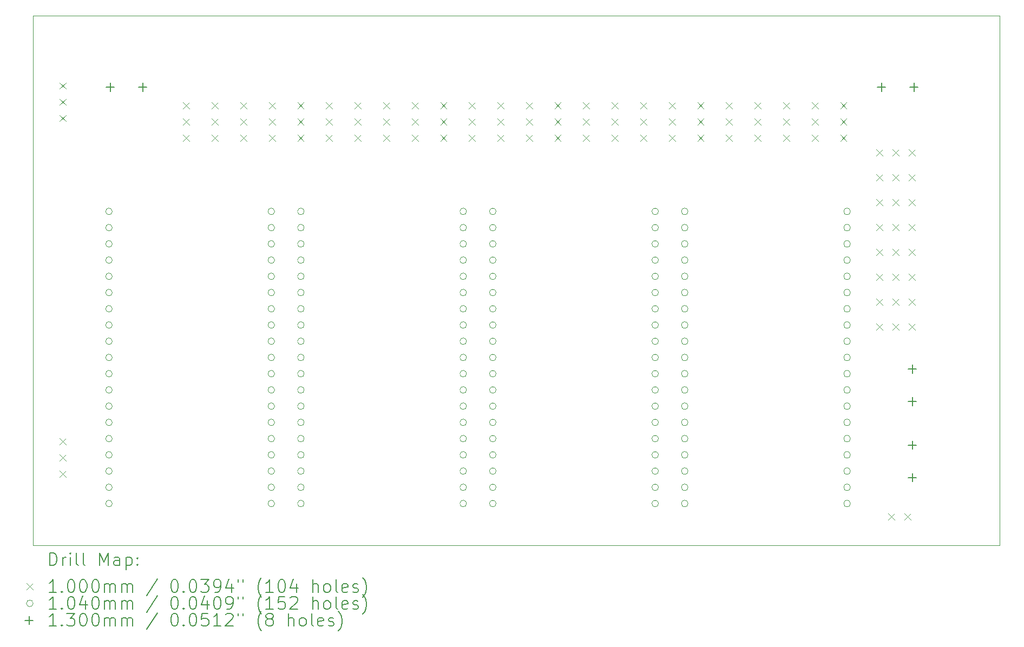
<source format=gbr>
%TF.GenerationSoftware,KiCad,Pcbnew,8.0.2-1*%
%TF.CreationDate,2025-01-09T15:56:44-05:00*%
%TF.ProjectId,C3P0_Controller_V1.1,43335030-5f43-46f6-9e74-726f6c6c6572,rev?*%
%TF.SameCoordinates,Original*%
%TF.FileFunction,Drillmap*%
%TF.FilePolarity,Positive*%
%FSLAX45Y45*%
G04 Gerber Fmt 4.5, Leading zero omitted, Abs format (unit mm)*
G04 Created by KiCad (PCBNEW 8.0.2-1) date 2025-01-09 15:56:44*
%MOMM*%
%LPD*%
G01*
G04 APERTURE LIST*
%ADD10C,0.050000*%
%ADD11C,0.200000*%
%ADD12C,0.100000*%
%ADD13C,0.104000*%
%ADD14C,0.130000*%
G04 APERTURE END LIST*
D10*
X7205600Y-13589000D02*
X7205600Y-5295601D01*
X22324600Y-13589000D02*
X7205600Y-13589000D01*
X22324600Y-5295600D02*
X22324600Y-13589000D01*
X7205600Y-5295600D02*
X22324600Y-5295600D01*
D11*
D12*
X7615000Y-6344400D02*
X7715000Y-6444400D01*
X7715000Y-6344400D02*
X7615000Y-6444400D01*
X7615000Y-6598400D02*
X7715000Y-6698400D01*
X7715000Y-6598400D02*
X7615000Y-6698400D01*
X7615000Y-6852400D02*
X7715000Y-6952400D01*
X7715000Y-6852400D02*
X7615000Y-6952400D01*
X7615000Y-11914400D02*
X7715000Y-12014400D01*
X7715000Y-11914400D02*
X7615000Y-12014400D01*
X7615000Y-12168400D02*
X7715000Y-12268400D01*
X7715000Y-12168400D02*
X7615000Y-12268400D01*
X7615000Y-12422400D02*
X7715000Y-12522400D01*
X7715000Y-12422400D02*
X7615000Y-12522400D01*
X9550741Y-6650500D02*
X9650741Y-6750500D01*
X9650741Y-6650500D02*
X9550741Y-6750500D01*
X9550741Y-6904500D02*
X9650741Y-7004500D01*
X9650741Y-6904500D02*
X9550741Y-7004500D01*
X9550741Y-7158500D02*
X9650741Y-7258500D01*
X9650741Y-7158500D02*
X9550741Y-7258500D01*
X9997659Y-6650500D02*
X10097659Y-6750500D01*
X10097659Y-6650500D02*
X9997659Y-6750500D01*
X9997659Y-6904500D02*
X10097659Y-7004500D01*
X10097659Y-6904500D02*
X9997659Y-7004500D01*
X9997659Y-7158500D02*
X10097659Y-7258500D01*
X10097659Y-7158500D02*
X9997659Y-7258500D01*
X10444577Y-6650500D02*
X10544577Y-6750500D01*
X10544577Y-6650500D02*
X10444577Y-6750500D01*
X10444577Y-6904500D02*
X10544577Y-7004500D01*
X10544577Y-6904500D02*
X10444577Y-7004500D01*
X10444577Y-7158500D02*
X10544577Y-7258500D01*
X10544577Y-7158500D02*
X10444577Y-7258500D01*
X10891495Y-6650500D02*
X10991495Y-6750500D01*
X10991495Y-6650500D02*
X10891495Y-6750500D01*
X10891495Y-6904500D02*
X10991495Y-7004500D01*
X10991495Y-6904500D02*
X10891495Y-7004500D01*
X10891495Y-7158500D02*
X10991495Y-7258500D01*
X10991495Y-7158500D02*
X10891495Y-7258500D01*
X11338413Y-6650500D02*
X11438413Y-6750500D01*
X11438413Y-6650500D02*
X11338413Y-6750500D01*
X11338413Y-6904500D02*
X11438413Y-7004500D01*
X11438413Y-6904500D02*
X11338413Y-7004500D01*
X11338413Y-7158500D02*
X11438413Y-7258500D01*
X11438413Y-7158500D02*
X11338413Y-7258500D01*
X11785331Y-6650500D02*
X11885331Y-6750500D01*
X11885331Y-6650500D02*
X11785331Y-6750500D01*
X11785331Y-6904500D02*
X11885331Y-7004500D01*
X11885331Y-6904500D02*
X11785331Y-7004500D01*
X11785331Y-7158500D02*
X11885331Y-7258500D01*
X11885331Y-7158500D02*
X11785331Y-7258500D01*
X12232249Y-6650500D02*
X12332249Y-6750500D01*
X12332249Y-6650500D02*
X12232249Y-6750500D01*
X12232249Y-6904500D02*
X12332249Y-7004500D01*
X12332249Y-6904500D02*
X12232249Y-7004500D01*
X12232249Y-7158500D02*
X12332249Y-7258500D01*
X12332249Y-7158500D02*
X12232249Y-7258500D01*
X12679167Y-6650500D02*
X12779167Y-6750500D01*
X12779167Y-6650500D02*
X12679167Y-6750500D01*
X12679167Y-6904500D02*
X12779167Y-7004500D01*
X12779167Y-6904500D02*
X12679167Y-7004500D01*
X12679167Y-7158500D02*
X12779167Y-7258500D01*
X12779167Y-7158500D02*
X12679167Y-7258500D01*
X13126085Y-6650500D02*
X13226085Y-6750500D01*
X13226085Y-6650500D02*
X13126085Y-6750500D01*
X13126085Y-6904500D02*
X13226085Y-7004500D01*
X13226085Y-6904500D02*
X13126085Y-7004500D01*
X13126085Y-7158500D02*
X13226085Y-7258500D01*
X13226085Y-7158500D02*
X13126085Y-7258500D01*
X13573003Y-6650500D02*
X13673003Y-6750500D01*
X13673003Y-6650500D02*
X13573003Y-6750500D01*
X13573003Y-6904500D02*
X13673003Y-7004500D01*
X13673003Y-6904500D02*
X13573003Y-7004500D01*
X13573003Y-7158500D02*
X13673003Y-7258500D01*
X13673003Y-7158500D02*
X13573003Y-7258500D01*
X14019921Y-6650500D02*
X14119921Y-6750500D01*
X14119921Y-6650500D02*
X14019921Y-6750500D01*
X14019921Y-6904500D02*
X14119921Y-7004500D01*
X14119921Y-6904500D02*
X14019921Y-7004500D01*
X14019921Y-7158500D02*
X14119921Y-7258500D01*
X14119921Y-7158500D02*
X14019921Y-7258500D01*
X14466840Y-6650500D02*
X14566840Y-6750500D01*
X14566840Y-6650500D02*
X14466840Y-6750500D01*
X14466840Y-6904500D02*
X14566840Y-7004500D01*
X14566840Y-6904500D02*
X14466840Y-7004500D01*
X14466840Y-7158500D02*
X14566840Y-7258500D01*
X14566840Y-7158500D02*
X14466840Y-7258500D01*
X14913758Y-6650500D02*
X15013758Y-6750500D01*
X15013758Y-6650500D02*
X14913758Y-6750500D01*
X14913758Y-6904500D02*
X15013758Y-7004500D01*
X15013758Y-6904500D02*
X14913758Y-7004500D01*
X14913758Y-7158500D02*
X15013758Y-7258500D01*
X15013758Y-7158500D02*
X14913758Y-7258500D01*
X15360676Y-6650500D02*
X15460676Y-6750500D01*
X15460676Y-6650500D02*
X15360676Y-6750500D01*
X15360676Y-6904500D02*
X15460676Y-7004500D01*
X15460676Y-6904500D02*
X15360676Y-7004500D01*
X15360676Y-7158500D02*
X15460676Y-7258500D01*
X15460676Y-7158500D02*
X15360676Y-7258500D01*
X15807594Y-6650500D02*
X15907594Y-6750500D01*
X15907594Y-6650500D02*
X15807594Y-6750500D01*
X15807594Y-6904500D02*
X15907594Y-7004500D01*
X15907594Y-6904500D02*
X15807594Y-7004500D01*
X15807594Y-7158500D02*
X15907594Y-7258500D01*
X15907594Y-7158500D02*
X15807594Y-7258500D01*
X16254512Y-6650500D02*
X16354512Y-6750500D01*
X16354512Y-6650500D02*
X16254512Y-6750500D01*
X16254512Y-6904500D02*
X16354512Y-7004500D01*
X16354512Y-6904500D02*
X16254512Y-7004500D01*
X16254512Y-7158500D02*
X16354512Y-7258500D01*
X16354512Y-7158500D02*
X16254512Y-7258500D01*
X16701430Y-6650500D02*
X16801430Y-6750500D01*
X16801430Y-6650500D02*
X16701430Y-6750500D01*
X16701430Y-6904500D02*
X16801430Y-7004500D01*
X16801430Y-6904500D02*
X16701430Y-7004500D01*
X16701430Y-7158500D02*
X16801430Y-7258500D01*
X16801430Y-7158500D02*
X16701430Y-7258500D01*
X17148348Y-6650500D02*
X17248348Y-6750500D01*
X17248348Y-6650500D02*
X17148348Y-6750500D01*
X17148348Y-6904500D02*
X17248348Y-7004500D01*
X17248348Y-6904500D02*
X17148348Y-7004500D01*
X17148348Y-7158500D02*
X17248348Y-7258500D01*
X17248348Y-7158500D02*
X17148348Y-7258500D01*
X17595266Y-6650500D02*
X17695266Y-6750500D01*
X17695266Y-6650500D02*
X17595266Y-6750500D01*
X17595266Y-6904500D02*
X17695266Y-7004500D01*
X17695266Y-6904500D02*
X17595266Y-7004500D01*
X17595266Y-7158500D02*
X17695266Y-7258500D01*
X17695266Y-7158500D02*
X17595266Y-7258500D01*
X18042184Y-6650500D02*
X18142184Y-6750500D01*
X18142184Y-6650500D02*
X18042184Y-6750500D01*
X18042184Y-6904500D02*
X18142184Y-7004500D01*
X18142184Y-6904500D02*
X18042184Y-7004500D01*
X18042184Y-7158500D02*
X18142184Y-7258500D01*
X18142184Y-7158500D02*
X18042184Y-7258500D01*
X18489103Y-6650500D02*
X18589103Y-6750500D01*
X18589103Y-6650500D02*
X18489103Y-6750500D01*
X18489103Y-6904500D02*
X18589103Y-7004500D01*
X18589103Y-6904500D02*
X18489103Y-7004500D01*
X18489103Y-7158500D02*
X18589103Y-7258500D01*
X18589103Y-7158500D02*
X18489103Y-7258500D01*
X18936021Y-6650500D02*
X19036021Y-6750500D01*
X19036021Y-6650500D02*
X18936021Y-6750500D01*
X18936021Y-6904500D02*
X19036021Y-7004500D01*
X19036021Y-6904500D02*
X18936021Y-7004500D01*
X18936021Y-7158500D02*
X19036021Y-7258500D01*
X19036021Y-7158500D02*
X18936021Y-7258500D01*
X19382939Y-6650500D02*
X19482939Y-6750500D01*
X19482939Y-6650500D02*
X19382939Y-6750500D01*
X19382939Y-6904500D02*
X19482939Y-7004500D01*
X19482939Y-6904500D02*
X19382939Y-7004500D01*
X19382939Y-7158500D02*
X19482939Y-7258500D01*
X19482939Y-7158500D02*
X19382939Y-7258500D01*
X19829857Y-6650500D02*
X19929857Y-6750500D01*
X19929857Y-6650500D02*
X19829857Y-6750500D01*
X19829857Y-6904500D02*
X19929857Y-7004500D01*
X19929857Y-6904500D02*
X19829857Y-7004500D01*
X19829857Y-7158500D02*
X19929857Y-7258500D01*
X19929857Y-7158500D02*
X19829857Y-7258500D01*
X20390600Y-7392150D02*
X20490600Y-7492150D01*
X20490600Y-7392150D02*
X20390600Y-7492150D01*
X20390600Y-7781086D02*
X20490600Y-7881086D01*
X20490600Y-7781086D02*
X20390600Y-7881086D01*
X20390600Y-8170021D02*
X20490600Y-8270021D01*
X20490600Y-8170021D02*
X20390600Y-8270021D01*
X20390600Y-8558957D02*
X20490600Y-8658957D01*
X20490600Y-8558957D02*
X20390600Y-8658957D01*
X20390600Y-8947893D02*
X20490600Y-9047893D01*
X20490600Y-8947893D02*
X20390600Y-9047893D01*
X20390600Y-9336829D02*
X20490600Y-9436829D01*
X20490600Y-9336829D02*
X20390600Y-9436829D01*
X20390600Y-9725764D02*
X20490600Y-9825764D01*
X20490600Y-9725764D02*
X20390600Y-9825764D01*
X20390600Y-10114700D02*
X20490600Y-10214700D01*
X20490600Y-10114700D02*
X20390600Y-10214700D01*
X20579500Y-13086500D02*
X20679500Y-13186500D01*
X20679500Y-13086500D02*
X20579500Y-13186500D01*
X20644600Y-7392150D02*
X20744600Y-7492150D01*
X20744600Y-7392150D02*
X20644600Y-7492150D01*
X20644600Y-7781086D02*
X20744600Y-7881086D01*
X20744600Y-7781086D02*
X20644600Y-7881086D01*
X20644600Y-8170021D02*
X20744600Y-8270021D01*
X20744600Y-8170021D02*
X20644600Y-8270021D01*
X20644600Y-8558957D02*
X20744600Y-8658957D01*
X20744600Y-8558957D02*
X20644600Y-8658957D01*
X20644600Y-8947893D02*
X20744600Y-9047893D01*
X20744600Y-8947893D02*
X20644600Y-9047893D01*
X20644600Y-9336829D02*
X20744600Y-9436829D01*
X20744600Y-9336829D02*
X20644600Y-9436829D01*
X20644600Y-9725764D02*
X20744600Y-9825764D01*
X20744600Y-9725764D02*
X20644600Y-9825764D01*
X20644600Y-10114700D02*
X20744600Y-10214700D01*
X20744600Y-10114700D02*
X20644600Y-10214700D01*
X20833500Y-13086500D02*
X20933500Y-13186500D01*
X20933500Y-13086500D02*
X20833500Y-13186500D01*
X20898600Y-7392150D02*
X20998600Y-7492150D01*
X20998600Y-7392150D02*
X20898600Y-7492150D01*
X20898600Y-7781086D02*
X20998600Y-7881086D01*
X20998600Y-7781086D02*
X20898600Y-7881086D01*
X20898600Y-8170021D02*
X20998600Y-8270021D01*
X20998600Y-8170021D02*
X20898600Y-8270021D01*
X20898600Y-8558957D02*
X20998600Y-8658957D01*
X20998600Y-8558957D02*
X20898600Y-8658957D01*
X20898600Y-8947893D02*
X20998600Y-9047893D01*
X20998600Y-8947893D02*
X20898600Y-9047893D01*
X20898600Y-9336829D02*
X20998600Y-9436829D01*
X20998600Y-9336829D02*
X20898600Y-9436829D01*
X20898600Y-9725764D02*
X20998600Y-9825764D01*
X20998600Y-9725764D02*
X20898600Y-9825764D01*
X20898600Y-10114700D02*
X20998600Y-10214700D01*
X20998600Y-10114700D02*
X20898600Y-10214700D01*
D13*
X8440800Y-8361100D02*
G75*
G02*
X8336800Y-8361100I-52000J0D01*
G01*
X8336800Y-8361100D02*
G75*
G02*
X8440800Y-8361100I52000J0D01*
G01*
X8440800Y-8615100D02*
G75*
G02*
X8336800Y-8615100I-52000J0D01*
G01*
X8336800Y-8615100D02*
G75*
G02*
X8440800Y-8615100I52000J0D01*
G01*
X8440800Y-8869100D02*
G75*
G02*
X8336800Y-8869100I-52000J0D01*
G01*
X8336800Y-8869100D02*
G75*
G02*
X8440800Y-8869100I52000J0D01*
G01*
X8440800Y-9123100D02*
G75*
G02*
X8336800Y-9123100I-52000J0D01*
G01*
X8336800Y-9123100D02*
G75*
G02*
X8440800Y-9123100I52000J0D01*
G01*
X8440800Y-9377100D02*
G75*
G02*
X8336800Y-9377100I-52000J0D01*
G01*
X8336800Y-9377100D02*
G75*
G02*
X8440800Y-9377100I52000J0D01*
G01*
X8440800Y-9631100D02*
G75*
G02*
X8336800Y-9631100I-52000J0D01*
G01*
X8336800Y-9631100D02*
G75*
G02*
X8440800Y-9631100I52000J0D01*
G01*
X8440800Y-9885100D02*
G75*
G02*
X8336800Y-9885100I-52000J0D01*
G01*
X8336800Y-9885100D02*
G75*
G02*
X8440800Y-9885100I52000J0D01*
G01*
X8440800Y-10139100D02*
G75*
G02*
X8336800Y-10139100I-52000J0D01*
G01*
X8336800Y-10139100D02*
G75*
G02*
X8440800Y-10139100I52000J0D01*
G01*
X8440800Y-10393100D02*
G75*
G02*
X8336800Y-10393100I-52000J0D01*
G01*
X8336800Y-10393100D02*
G75*
G02*
X8440800Y-10393100I52000J0D01*
G01*
X8440800Y-10647100D02*
G75*
G02*
X8336800Y-10647100I-52000J0D01*
G01*
X8336800Y-10647100D02*
G75*
G02*
X8440800Y-10647100I52000J0D01*
G01*
X8440800Y-10901100D02*
G75*
G02*
X8336800Y-10901100I-52000J0D01*
G01*
X8336800Y-10901100D02*
G75*
G02*
X8440800Y-10901100I52000J0D01*
G01*
X8440800Y-11155100D02*
G75*
G02*
X8336800Y-11155100I-52000J0D01*
G01*
X8336800Y-11155100D02*
G75*
G02*
X8440800Y-11155100I52000J0D01*
G01*
X8440800Y-11409100D02*
G75*
G02*
X8336800Y-11409100I-52000J0D01*
G01*
X8336800Y-11409100D02*
G75*
G02*
X8440800Y-11409100I52000J0D01*
G01*
X8440800Y-11663100D02*
G75*
G02*
X8336800Y-11663100I-52000J0D01*
G01*
X8336800Y-11663100D02*
G75*
G02*
X8440800Y-11663100I52000J0D01*
G01*
X8440800Y-11917100D02*
G75*
G02*
X8336800Y-11917100I-52000J0D01*
G01*
X8336800Y-11917100D02*
G75*
G02*
X8440800Y-11917100I52000J0D01*
G01*
X8440800Y-12171100D02*
G75*
G02*
X8336800Y-12171100I-52000J0D01*
G01*
X8336800Y-12171100D02*
G75*
G02*
X8440800Y-12171100I52000J0D01*
G01*
X8440800Y-12425100D02*
G75*
G02*
X8336800Y-12425100I-52000J0D01*
G01*
X8336800Y-12425100D02*
G75*
G02*
X8440800Y-12425100I52000J0D01*
G01*
X8440800Y-12679100D02*
G75*
G02*
X8336800Y-12679100I-52000J0D01*
G01*
X8336800Y-12679100D02*
G75*
G02*
X8440800Y-12679100I52000J0D01*
G01*
X8440800Y-12933100D02*
G75*
G02*
X8336800Y-12933100I-52000J0D01*
G01*
X8336800Y-12933100D02*
G75*
G02*
X8440800Y-12933100I52000J0D01*
G01*
X10980800Y-8361100D02*
G75*
G02*
X10876800Y-8361100I-52000J0D01*
G01*
X10876800Y-8361100D02*
G75*
G02*
X10980800Y-8361100I52000J0D01*
G01*
X10980800Y-8615100D02*
G75*
G02*
X10876800Y-8615100I-52000J0D01*
G01*
X10876800Y-8615100D02*
G75*
G02*
X10980800Y-8615100I52000J0D01*
G01*
X10980800Y-8869100D02*
G75*
G02*
X10876800Y-8869100I-52000J0D01*
G01*
X10876800Y-8869100D02*
G75*
G02*
X10980800Y-8869100I52000J0D01*
G01*
X10980800Y-9123100D02*
G75*
G02*
X10876800Y-9123100I-52000J0D01*
G01*
X10876800Y-9123100D02*
G75*
G02*
X10980800Y-9123100I52000J0D01*
G01*
X10980800Y-9377100D02*
G75*
G02*
X10876800Y-9377100I-52000J0D01*
G01*
X10876800Y-9377100D02*
G75*
G02*
X10980800Y-9377100I52000J0D01*
G01*
X10980800Y-9631100D02*
G75*
G02*
X10876800Y-9631100I-52000J0D01*
G01*
X10876800Y-9631100D02*
G75*
G02*
X10980800Y-9631100I52000J0D01*
G01*
X10980800Y-9885100D02*
G75*
G02*
X10876800Y-9885100I-52000J0D01*
G01*
X10876800Y-9885100D02*
G75*
G02*
X10980800Y-9885100I52000J0D01*
G01*
X10980800Y-10139100D02*
G75*
G02*
X10876800Y-10139100I-52000J0D01*
G01*
X10876800Y-10139100D02*
G75*
G02*
X10980800Y-10139100I52000J0D01*
G01*
X10980800Y-10393100D02*
G75*
G02*
X10876800Y-10393100I-52000J0D01*
G01*
X10876800Y-10393100D02*
G75*
G02*
X10980800Y-10393100I52000J0D01*
G01*
X10980800Y-10647100D02*
G75*
G02*
X10876800Y-10647100I-52000J0D01*
G01*
X10876800Y-10647100D02*
G75*
G02*
X10980800Y-10647100I52000J0D01*
G01*
X10980800Y-10901100D02*
G75*
G02*
X10876800Y-10901100I-52000J0D01*
G01*
X10876800Y-10901100D02*
G75*
G02*
X10980800Y-10901100I52000J0D01*
G01*
X10980800Y-11155100D02*
G75*
G02*
X10876800Y-11155100I-52000J0D01*
G01*
X10876800Y-11155100D02*
G75*
G02*
X10980800Y-11155100I52000J0D01*
G01*
X10980800Y-11409100D02*
G75*
G02*
X10876800Y-11409100I-52000J0D01*
G01*
X10876800Y-11409100D02*
G75*
G02*
X10980800Y-11409100I52000J0D01*
G01*
X10980800Y-11663100D02*
G75*
G02*
X10876800Y-11663100I-52000J0D01*
G01*
X10876800Y-11663100D02*
G75*
G02*
X10980800Y-11663100I52000J0D01*
G01*
X10980800Y-11917100D02*
G75*
G02*
X10876800Y-11917100I-52000J0D01*
G01*
X10876800Y-11917100D02*
G75*
G02*
X10980800Y-11917100I52000J0D01*
G01*
X10980800Y-12171100D02*
G75*
G02*
X10876800Y-12171100I-52000J0D01*
G01*
X10876800Y-12171100D02*
G75*
G02*
X10980800Y-12171100I52000J0D01*
G01*
X10980800Y-12425100D02*
G75*
G02*
X10876800Y-12425100I-52000J0D01*
G01*
X10876800Y-12425100D02*
G75*
G02*
X10980800Y-12425100I52000J0D01*
G01*
X10980800Y-12679100D02*
G75*
G02*
X10876800Y-12679100I-52000J0D01*
G01*
X10876800Y-12679100D02*
G75*
G02*
X10980800Y-12679100I52000J0D01*
G01*
X10980800Y-12933100D02*
G75*
G02*
X10876800Y-12933100I-52000J0D01*
G01*
X10876800Y-12933100D02*
G75*
G02*
X10980800Y-12933100I52000J0D01*
G01*
X11443300Y-8361100D02*
G75*
G02*
X11339300Y-8361100I-52000J0D01*
G01*
X11339300Y-8361100D02*
G75*
G02*
X11443300Y-8361100I52000J0D01*
G01*
X11443300Y-8615100D02*
G75*
G02*
X11339300Y-8615100I-52000J0D01*
G01*
X11339300Y-8615100D02*
G75*
G02*
X11443300Y-8615100I52000J0D01*
G01*
X11443300Y-8869100D02*
G75*
G02*
X11339300Y-8869100I-52000J0D01*
G01*
X11339300Y-8869100D02*
G75*
G02*
X11443300Y-8869100I52000J0D01*
G01*
X11443300Y-9123100D02*
G75*
G02*
X11339300Y-9123100I-52000J0D01*
G01*
X11339300Y-9123100D02*
G75*
G02*
X11443300Y-9123100I52000J0D01*
G01*
X11443300Y-9377100D02*
G75*
G02*
X11339300Y-9377100I-52000J0D01*
G01*
X11339300Y-9377100D02*
G75*
G02*
X11443300Y-9377100I52000J0D01*
G01*
X11443300Y-9631100D02*
G75*
G02*
X11339300Y-9631100I-52000J0D01*
G01*
X11339300Y-9631100D02*
G75*
G02*
X11443300Y-9631100I52000J0D01*
G01*
X11443300Y-9885100D02*
G75*
G02*
X11339300Y-9885100I-52000J0D01*
G01*
X11339300Y-9885100D02*
G75*
G02*
X11443300Y-9885100I52000J0D01*
G01*
X11443300Y-10139100D02*
G75*
G02*
X11339300Y-10139100I-52000J0D01*
G01*
X11339300Y-10139100D02*
G75*
G02*
X11443300Y-10139100I52000J0D01*
G01*
X11443300Y-10393100D02*
G75*
G02*
X11339300Y-10393100I-52000J0D01*
G01*
X11339300Y-10393100D02*
G75*
G02*
X11443300Y-10393100I52000J0D01*
G01*
X11443300Y-10647100D02*
G75*
G02*
X11339300Y-10647100I-52000J0D01*
G01*
X11339300Y-10647100D02*
G75*
G02*
X11443300Y-10647100I52000J0D01*
G01*
X11443300Y-10901100D02*
G75*
G02*
X11339300Y-10901100I-52000J0D01*
G01*
X11339300Y-10901100D02*
G75*
G02*
X11443300Y-10901100I52000J0D01*
G01*
X11443300Y-11155100D02*
G75*
G02*
X11339300Y-11155100I-52000J0D01*
G01*
X11339300Y-11155100D02*
G75*
G02*
X11443300Y-11155100I52000J0D01*
G01*
X11443300Y-11409100D02*
G75*
G02*
X11339300Y-11409100I-52000J0D01*
G01*
X11339300Y-11409100D02*
G75*
G02*
X11443300Y-11409100I52000J0D01*
G01*
X11443300Y-11663100D02*
G75*
G02*
X11339300Y-11663100I-52000J0D01*
G01*
X11339300Y-11663100D02*
G75*
G02*
X11443300Y-11663100I52000J0D01*
G01*
X11443300Y-11917100D02*
G75*
G02*
X11339300Y-11917100I-52000J0D01*
G01*
X11339300Y-11917100D02*
G75*
G02*
X11443300Y-11917100I52000J0D01*
G01*
X11443300Y-12171100D02*
G75*
G02*
X11339300Y-12171100I-52000J0D01*
G01*
X11339300Y-12171100D02*
G75*
G02*
X11443300Y-12171100I52000J0D01*
G01*
X11443300Y-12425100D02*
G75*
G02*
X11339300Y-12425100I-52000J0D01*
G01*
X11339300Y-12425100D02*
G75*
G02*
X11443300Y-12425100I52000J0D01*
G01*
X11443300Y-12679100D02*
G75*
G02*
X11339300Y-12679100I-52000J0D01*
G01*
X11339300Y-12679100D02*
G75*
G02*
X11443300Y-12679100I52000J0D01*
G01*
X11443300Y-12933100D02*
G75*
G02*
X11339300Y-12933100I-52000J0D01*
G01*
X11339300Y-12933100D02*
G75*
G02*
X11443300Y-12933100I52000J0D01*
G01*
X13983300Y-8361100D02*
G75*
G02*
X13879300Y-8361100I-52000J0D01*
G01*
X13879300Y-8361100D02*
G75*
G02*
X13983300Y-8361100I52000J0D01*
G01*
X13983300Y-8615100D02*
G75*
G02*
X13879300Y-8615100I-52000J0D01*
G01*
X13879300Y-8615100D02*
G75*
G02*
X13983300Y-8615100I52000J0D01*
G01*
X13983300Y-8869100D02*
G75*
G02*
X13879300Y-8869100I-52000J0D01*
G01*
X13879300Y-8869100D02*
G75*
G02*
X13983300Y-8869100I52000J0D01*
G01*
X13983300Y-9123100D02*
G75*
G02*
X13879300Y-9123100I-52000J0D01*
G01*
X13879300Y-9123100D02*
G75*
G02*
X13983300Y-9123100I52000J0D01*
G01*
X13983300Y-9377100D02*
G75*
G02*
X13879300Y-9377100I-52000J0D01*
G01*
X13879300Y-9377100D02*
G75*
G02*
X13983300Y-9377100I52000J0D01*
G01*
X13983300Y-9631100D02*
G75*
G02*
X13879300Y-9631100I-52000J0D01*
G01*
X13879300Y-9631100D02*
G75*
G02*
X13983300Y-9631100I52000J0D01*
G01*
X13983300Y-9885100D02*
G75*
G02*
X13879300Y-9885100I-52000J0D01*
G01*
X13879300Y-9885100D02*
G75*
G02*
X13983300Y-9885100I52000J0D01*
G01*
X13983300Y-10139100D02*
G75*
G02*
X13879300Y-10139100I-52000J0D01*
G01*
X13879300Y-10139100D02*
G75*
G02*
X13983300Y-10139100I52000J0D01*
G01*
X13983300Y-10393100D02*
G75*
G02*
X13879300Y-10393100I-52000J0D01*
G01*
X13879300Y-10393100D02*
G75*
G02*
X13983300Y-10393100I52000J0D01*
G01*
X13983300Y-10647100D02*
G75*
G02*
X13879300Y-10647100I-52000J0D01*
G01*
X13879300Y-10647100D02*
G75*
G02*
X13983300Y-10647100I52000J0D01*
G01*
X13983300Y-10901100D02*
G75*
G02*
X13879300Y-10901100I-52000J0D01*
G01*
X13879300Y-10901100D02*
G75*
G02*
X13983300Y-10901100I52000J0D01*
G01*
X13983300Y-11155100D02*
G75*
G02*
X13879300Y-11155100I-52000J0D01*
G01*
X13879300Y-11155100D02*
G75*
G02*
X13983300Y-11155100I52000J0D01*
G01*
X13983300Y-11409100D02*
G75*
G02*
X13879300Y-11409100I-52000J0D01*
G01*
X13879300Y-11409100D02*
G75*
G02*
X13983300Y-11409100I52000J0D01*
G01*
X13983300Y-11663100D02*
G75*
G02*
X13879300Y-11663100I-52000J0D01*
G01*
X13879300Y-11663100D02*
G75*
G02*
X13983300Y-11663100I52000J0D01*
G01*
X13983300Y-11917100D02*
G75*
G02*
X13879300Y-11917100I-52000J0D01*
G01*
X13879300Y-11917100D02*
G75*
G02*
X13983300Y-11917100I52000J0D01*
G01*
X13983300Y-12171100D02*
G75*
G02*
X13879300Y-12171100I-52000J0D01*
G01*
X13879300Y-12171100D02*
G75*
G02*
X13983300Y-12171100I52000J0D01*
G01*
X13983300Y-12425100D02*
G75*
G02*
X13879300Y-12425100I-52000J0D01*
G01*
X13879300Y-12425100D02*
G75*
G02*
X13983300Y-12425100I52000J0D01*
G01*
X13983300Y-12679100D02*
G75*
G02*
X13879300Y-12679100I-52000J0D01*
G01*
X13879300Y-12679100D02*
G75*
G02*
X13983300Y-12679100I52000J0D01*
G01*
X13983300Y-12933100D02*
G75*
G02*
X13879300Y-12933100I-52000J0D01*
G01*
X13879300Y-12933100D02*
G75*
G02*
X13983300Y-12933100I52000J0D01*
G01*
X14445800Y-8361100D02*
G75*
G02*
X14341800Y-8361100I-52000J0D01*
G01*
X14341800Y-8361100D02*
G75*
G02*
X14445800Y-8361100I52000J0D01*
G01*
X14445800Y-8615100D02*
G75*
G02*
X14341800Y-8615100I-52000J0D01*
G01*
X14341800Y-8615100D02*
G75*
G02*
X14445800Y-8615100I52000J0D01*
G01*
X14445800Y-8869100D02*
G75*
G02*
X14341800Y-8869100I-52000J0D01*
G01*
X14341800Y-8869100D02*
G75*
G02*
X14445800Y-8869100I52000J0D01*
G01*
X14445800Y-9123100D02*
G75*
G02*
X14341800Y-9123100I-52000J0D01*
G01*
X14341800Y-9123100D02*
G75*
G02*
X14445800Y-9123100I52000J0D01*
G01*
X14445800Y-9377100D02*
G75*
G02*
X14341800Y-9377100I-52000J0D01*
G01*
X14341800Y-9377100D02*
G75*
G02*
X14445800Y-9377100I52000J0D01*
G01*
X14445800Y-9631100D02*
G75*
G02*
X14341800Y-9631100I-52000J0D01*
G01*
X14341800Y-9631100D02*
G75*
G02*
X14445800Y-9631100I52000J0D01*
G01*
X14445800Y-9885100D02*
G75*
G02*
X14341800Y-9885100I-52000J0D01*
G01*
X14341800Y-9885100D02*
G75*
G02*
X14445800Y-9885100I52000J0D01*
G01*
X14445800Y-10139100D02*
G75*
G02*
X14341800Y-10139100I-52000J0D01*
G01*
X14341800Y-10139100D02*
G75*
G02*
X14445800Y-10139100I52000J0D01*
G01*
X14445800Y-10393100D02*
G75*
G02*
X14341800Y-10393100I-52000J0D01*
G01*
X14341800Y-10393100D02*
G75*
G02*
X14445800Y-10393100I52000J0D01*
G01*
X14445800Y-10647100D02*
G75*
G02*
X14341800Y-10647100I-52000J0D01*
G01*
X14341800Y-10647100D02*
G75*
G02*
X14445800Y-10647100I52000J0D01*
G01*
X14445800Y-10901100D02*
G75*
G02*
X14341800Y-10901100I-52000J0D01*
G01*
X14341800Y-10901100D02*
G75*
G02*
X14445800Y-10901100I52000J0D01*
G01*
X14445800Y-11155100D02*
G75*
G02*
X14341800Y-11155100I-52000J0D01*
G01*
X14341800Y-11155100D02*
G75*
G02*
X14445800Y-11155100I52000J0D01*
G01*
X14445800Y-11409100D02*
G75*
G02*
X14341800Y-11409100I-52000J0D01*
G01*
X14341800Y-11409100D02*
G75*
G02*
X14445800Y-11409100I52000J0D01*
G01*
X14445800Y-11663100D02*
G75*
G02*
X14341800Y-11663100I-52000J0D01*
G01*
X14341800Y-11663100D02*
G75*
G02*
X14445800Y-11663100I52000J0D01*
G01*
X14445800Y-11917100D02*
G75*
G02*
X14341800Y-11917100I-52000J0D01*
G01*
X14341800Y-11917100D02*
G75*
G02*
X14445800Y-11917100I52000J0D01*
G01*
X14445800Y-12171100D02*
G75*
G02*
X14341800Y-12171100I-52000J0D01*
G01*
X14341800Y-12171100D02*
G75*
G02*
X14445800Y-12171100I52000J0D01*
G01*
X14445800Y-12425100D02*
G75*
G02*
X14341800Y-12425100I-52000J0D01*
G01*
X14341800Y-12425100D02*
G75*
G02*
X14445800Y-12425100I52000J0D01*
G01*
X14445800Y-12679100D02*
G75*
G02*
X14341800Y-12679100I-52000J0D01*
G01*
X14341800Y-12679100D02*
G75*
G02*
X14445800Y-12679100I52000J0D01*
G01*
X14445800Y-12933100D02*
G75*
G02*
X14341800Y-12933100I-52000J0D01*
G01*
X14341800Y-12933100D02*
G75*
G02*
X14445800Y-12933100I52000J0D01*
G01*
X16985800Y-8361100D02*
G75*
G02*
X16881800Y-8361100I-52000J0D01*
G01*
X16881800Y-8361100D02*
G75*
G02*
X16985800Y-8361100I52000J0D01*
G01*
X16985800Y-8615100D02*
G75*
G02*
X16881800Y-8615100I-52000J0D01*
G01*
X16881800Y-8615100D02*
G75*
G02*
X16985800Y-8615100I52000J0D01*
G01*
X16985800Y-8869100D02*
G75*
G02*
X16881800Y-8869100I-52000J0D01*
G01*
X16881800Y-8869100D02*
G75*
G02*
X16985800Y-8869100I52000J0D01*
G01*
X16985800Y-9123100D02*
G75*
G02*
X16881800Y-9123100I-52000J0D01*
G01*
X16881800Y-9123100D02*
G75*
G02*
X16985800Y-9123100I52000J0D01*
G01*
X16985800Y-9377100D02*
G75*
G02*
X16881800Y-9377100I-52000J0D01*
G01*
X16881800Y-9377100D02*
G75*
G02*
X16985800Y-9377100I52000J0D01*
G01*
X16985800Y-9631100D02*
G75*
G02*
X16881800Y-9631100I-52000J0D01*
G01*
X16881800Y-9631100D02*
G75*
G02*
X16985800Y-9631100I52000J0D01*
G01*
X16985800Y-9885100D02*
G75*
G02*
X16881800Y-9885100I-52000J0D01*
G01*
X16881800Y-9885100D02*
G75*
G02*
X16985800Y-9885100I52000J0D01*
G01*
X16985800Y-10139100D02*
G75*
G02*
X16881800Y-10139100I-52000J0D01*
G01*
X16881800Y-10139100D02*
G75*
G02*
X16985800Y-10139100I52000J0D01*
G01*
X16985800Y-10393100D02*
G75*
G02*
X16881800Y-10393100I-52000J0D01*
G01*
X16881800Y-10393100D02*
G75*
G02*
X16985800Y-10393100I52000J0D01*
G01*
X16985800Y-10647100D02*
G75*
G02*
X16881800Y-10647100I-52000J0D01*
G01*
X16881800Y-10647100D02*
G75*
G02*
X16985800Y-10647100I52000J0D01*
G01*
X16985800Y-10901100D02*
G75*
G02*
X16881800Y-10901100I-52000J0D01*
G01*
X16881800Y-10901100D02*
G75*
G02*
X16985800Y-10901100I52000J0D01*
G01*
X16985800Y-11155100D02*
G75*
G02*
X16881800Y-11155100I-52000J0D01*
G01*
X16881800Y-11155100D02*
G75*
G02*
X16985800Y-11155100I52000J0D01*
G01*
X16985800Y-11409100D02*
G75*
G02*
X16881800Y-11409100I-52000J0D01*
G01*
X16881800Y-11409100D02*
G75*
G02*
X16985800Y-11409100I52000J0D01*
G01*
X16985800Y-11663100D02*
G75*
G02*
X16881800Y-11663100I-52000J0D01*
G01*
X16881800Y-11663100D02*
G75*
G02*
X16985800Y-11663100I52000J0D01*
G01*
X16985800Y-11917100D02*
G75*
G02*
X16881800Y-11917100I-52000J0D01*
G01*
X16881800Y-11917100D02*
G75*
G02*
X16985800Y-11917100I52000J0D01*
G01*
X16985800Y-12171100D02*
G75*
G02*
X16881800Y-12171100I-52000J0D01*
G01*
X16881800Y-12171100D02*
G75*
G02*
X16985800Y-12171100I52000J0D01*
G01*
X16985800Y-12425100D02*
G75*
G02*
X16881800Y-12425100I-52000J0D01*
G01*
X16881800Y-12425100D02*
G75*
G02*
X16985800Y-12425100I52000J0D01*
G01*
X16985800Y-12679100D02*
G75*
G02*
X16881800Y-12679100I-52000J0D01*
G01*
X16881800Y-12679100D02*
G75*
G02*
X16985800Y-12679100I52000J0D01*
G01*
X16985800Y-12933100D02*
G75*
G02*
X16881800Y-12933100I-52000J0D01*
G01*
X16881800Y-12933100D02*
G75*
G02*
X16985800Y-12933100I52000J0D01*
G01*
X17448300Y-8361100D02*
G75*
G02*
X17344300Y-8361100I-52000J0D01*
G01*
X17344300Y-8361100D02*
G75*
G02*
X17448300Y-8361100I52000J0D01*
G01*
X17448300Y-8615100D02*
G75*
G02*
X17344300Y-8615100I-52000J0D01*
G01*
X17344300Y-8615100D02*
G75*
G02*
X17448300Y-8615100I52000J0D01*
G01*
X17448300Y-8869100D02*
G75*
G02*
X17344300Y-8869100I-52000J0D01*
G01*
X17344300Y-8869100D02*
G75*
G02*
X17448300Y-8869100I52000J0D01*
G01*
X17448300Y-9123100D02*
G75*
G02*
X17344300Y-9123100I-52000J0D01*
G01*
X17344300Y-9123100D02*
G75*
G02*
X17448300Y-9123100I52000J0D01*
G01*
X17448300Y-9377100D02*
G75*
G02*
X17344300Y-9377100I-52000J0D01*
G01*
X17344300Y-9377100D02*
G75*
G02*
X17448300Y-9377100I52000J0D01*
G01*
X17448300Y-9631100D02*
G75*
G02*
X17344300Y-9631100I-52000J0D01*
G01*
X17344300Y-9631100D02*
G75*
G02*
X17448300Y-9631100I52000J0D01*
G01*
X17448300Y-9885100D02*
G75*
G02*
X17344300Y-9885100I-52000J0D01*
G01*
X17344300Y-9885100D02*
G75*
G02*
X17448300Y-9885100I52000J0D01*
G01*
X17448300Y-10139100D02*
G75*
G02*
X17344300Y-10139100I-52000J0D01*
G01*
X17344300Y-10139100D02*
G75*
G02*
X17448300Y-10139100I52000J0D01*
G01*
X17448300Y-10393100D02*
G75*
G02*
X17344300Y-10393100I-52000J0D01*
G01*
X17344300Y-10393100D02*
G75*
G02*
X17448300Y-10393100I52000J0D01*
G01*
X17448300Y-10647100D02*
G75*
G02*
X17344300Y-10647100I-52000J0D01*
G01*
X17344300Y-10647100D02*
G75*
G02*
X17448300Y-10647100I52000J0D01*
G01*
X17448300Y-10901100D02*
G75*
G02*
X17344300Y-10901100I-52000J0D01*
G01*
X17344300Y-10901100D02*
G75*
G02*
X17448300Y-10901100I52000J0D01*
G01*
X17448300Y-11155100D02*
G75*
G02*
X17344300Y-11155100I-52000J0D01*
G01*
X17344300Y-11155100D02*
G75*
G02*
X17448300Y-11155100I52000J0D01*
G01*
X17448300Y-11409100D02*
G75*
G02*
X17344300Y-11409100I-52000J0D01*
G01*
X17344300Y-11409100D02*
G75*
G02*
X17448300Y-11409100I52000J0D01*
G01*
X17448300Y-11663100D02*
G75*
G02*
X17344300Y-11663100I-52000J0D01*
G01*
X17344300Y-11663100D02*
G75*
G02*
X17448300Y-11663100I52000J0D01*
G01*
X17448300Y-11917100D02*
G75*
G02*
X17344300Y-11917100I-52000J0D01*
G01*
X17344300Y-11917100D02*
G75*
G02*
X17448300Y-11917100I52000J0D01*
G01*
X17448300Y-12171100D02*
G75*
G02*
X17344300Y-12171100I-52000J0D01*
G01*
X17344300Y-12171100D02*
G75*
G02*
X17448300Y-12171100I52000J0D01*
G01*
X17448300Y-12425100D02*
G75*
G02*
X17344300Y-12425100I-52000J0D01*
G01*
X17344300Y-12425100D02*
G75*
G02*
X17448300Y-12425100I52000J0D01*
G01*
X17448300Y-12679100D02*
G75*
G02*
X17344300Y-12679100I-52000J0D01*
G01*
X17344300Y-12679100D02*
G75*
G02*
X17448300Y-12679100I52000J0D01*
G01*
X17448300Y-12933100D02*
G75*
G02*
X17344300Y-12933100I-52000J0D01*
G01*
X17344300Y-12933100D02*
G75*
G02*
X17448300Y-12933100I52000J0D01*
G01*
X19988300Y-8361100D02*
G75*
G02*
X19884300Y-8361100I-52000J0D01*
G01*
X19884300Y-8361100D02*
G75*
G02*
X19988300Y-8361100I52000J0D01*
G01*
X19988300Y-8615100D02*
G75*
G02*
X19884300Y-8615100I-52000J0D01*
G01*
X19884300Y-8615100D02*
G75*
G02*
X19988300Y-8615100I52000J0D01*
G01*
X19988300Y-8869100D02*
G75*
G02*
X19884300Y-8869100I-52000J0D01*
G01*
X19884300Y-8869100D02*
G75*
G02*
X19988300Y-8869100I52000J0D01*
G01*
X19988300Y-9123100D02*
G75*
G02*
X19884300Y-9123100I-52000J0D01*
G01*
X19884300Y-9123100D02*
G75*
G02*
X19988300Y-9123100I52000J0D01*
G01*
X19988300Y-9377100D02*
G75*
G02*
X19884300Y-9377100I-52000J0D01*
G01*
X19884300Y-9377100D02*
G75*
G02*
X19988300Y-9377100I52000J0D01*
G01*
X19988300Y-9631100D02*
G75*
G02*
X19884300Y-9631100I-52000J0D01*
G01*
X19884300Y-9631100D02*
G75*
G02*
X19988300Y-9631100I52000J0D01*
G01*
X19988300Y-9885100D02*
G75*
G02*
X19884300Y-9885100I-52000J0D01*
G01*
X19884300Y-9885100D02*
G75*
G02*
X19988300Y-9885100I52000J0D01*
G01*
X19988300Y-10139100D02*
G75*
G02*
X19884300Y-10139100I-52000J0D01*
G01*
X19884300Y-10139100D02*
G75*
G02*
X19988300Y-10139100I52000J0D01*
G01*
X19988300Y-10393100D02*
G75*
G02*
X19884300Y-10393100I-52000J0D01*
G01*
X19884300Y-10393100D02*
G75*
G02*
X19988300Y-10393100I52000J0D01*
G01*
X19988300Y-10647100D02*
G75*
G02*
X19884300Y-10647100I-52000J0D01*
G01*
X19884300Y-10647100D02*
G75*
G02*
X19988300Y-10647100I52000J0D01*
G01*
X19988300Y-10901100D02*
G75*
G02*
X19884300Y-10901100I-52000J0D01*
G01*
X19884300Y-10901100D02*
G75*
G02*
X19988300Y-10901100I52000J0D01*
G01*
X19988300Y-11155100D02*
G75*
G02*
X19884300Y-11155100I-52000J0D01*
G01*
X19884300Y-11155100D02*
G75*
G02*
X19988300Y-11155100I52000J0D01*
G01*
X19988300Y-11409100D02*
G75*
G02*
X19884300Y-11409100I-52000J0D01*
G01*
X19884300Y-11409100D02*
G75*
G02*
X19988300Y-11409100I52000J0D01*
G01*
X19988300Y-11663100D02*
G75*
G02*
X19884300Y-11663100I-52000J0D01*
G01*
X19884300Y-11663100D02*
G75*
G02*
X19988300Y-11663100I52000J0D01*
G01*
X19988300Y-11917100D02*
G75*
G02*
X19884300Y-11917100I-52000J0D01*
G01*
X19884300Y-11917100D02*
G75*
G02*
X19988300Y-11917100I52000J0D01*
G01*
X19988300Y-12171100D02*
G75*
G02*
X19884300Y-12171100I-52000J0D01*
G01*
X19884300Y-12171100D02*
G75*
G02*
X19988300Y-12171100I52000J0D01*
G01*
X19988300Y-12425100D02*
G75*
G02*
X19884300Y-12425100I-52000J0D01*
G01*
X19884300Y-12425100D02*
G75*
G02*
X19988300Y-12425100I52000J0D01*
G01*
X19988300Y-12679100D02*
G75*
G02*
X19884300Y-12679100I-52000J0D01*
G01*
X19884300Y-12679100D02*
G75*
G02*
X19988300Y-12679100I52000J0D01*
G01*
X19988300Y-12933100D02*
G75*
G02*
X19884300Y-12933100I-52000J0D01*
G01*
X19884300Y-12933100D02*
G75*
G02*
X19988300Y-12933100I52000J0D01*
G01*
D14*
X8409100Y-6350500D02*
X8409100Y-6480500D01*
X8344100Y-6415500D02*
X8474100Y-6415500D01*
X8917100Y-6350500D02*
X8917100Y-6480500D01*
X8852100Y-6415500D02*
X8982100Y-6415500D01*
X20474100Y-6350500D02*
X20474100Y-6480500D01*
X20409100Y-6415500D02*
X20539100Y-6415500D01*
X20956700Y-10762300D02*
X20956700Y-10892300D01*
X20891700Y-10827300D02*
X21021700Y-10827300D01*
X20956700Y-11270300D02*
X20956700Y-11400300D01*
X20891700Y-11335300D02*
X21021700Y-11335300D01*
X20956700Y-11953700D02*
X20956700Y-12083700D01*
X20891700Y-12018700D02*
X21021700Y-12018700D01*
X20956700Y-12461700D02*
X20956700Y-12591700D01*
X20891700Y-12526700D02*
X21021700Y-12526700D01*
X20982100Y-6350500D02*
X20982100Y-6480500D01*
X20917100Y-6415500D02*
X21047100Y-6415500D01*
D11*
X7463877Y-13902984D02*
X7463877Y-13702984D01*
X7463877Y-13702984D02*
X7511496Y-13702984D01*
X7511496Y-13702984D02*
X7540067Y-13712508D01*
X7540067Y-13712508D02*
X7559115Y-13731555D01*
X7559115Y-13731555D02*
X7568639Y-13750603D01*
X7568639Y-13750603D02*
X7578162Y-13788698D01*
X7578162Y-13788698D02*
X7578162Y-13817269D01*
X7578162Y-13817269D02*
X7568639Y-13855365D01*
X7568639Y-13855365D02*
X7559115Y-13874412D01*
X7559115Y-13874412D02*
X7540067Y-13893460D01*
X7540067Y-13893460D02*
X7511496Y-13902984D01*
X7511496Y-13902984D02*
X7463877Y-13902984D01*
X7663877Y-13902984D02*
X7663877Y-13769650D01*
X7663877Y-13807746D02*
X7673401Y-13788698D01*
X7673401Y-13788698D02*
X7682924Y-13779174D01*
X7682924Y-13779174D02*
X7701972Y-13769650D01*
X7701972Y-13769650D02*
X7721020Y-13769650D01*
X7787686Y-13902984D02*
X7787686Y-13769650D01*
X7787686Y-13702984D02*
X7778162Y-13712508D01*
X7778162Y-13712508D02*
X7787686Y-13722031D01*
X7787686Y-13722031D02*
X7797210Y-13712508D01*
X7797210Y-13712508D02*
X7787686Y-13702984D01*
X7787686Y-13702984D02*
X7787686Y-13722031D01*
X7911496Y-13902984D02*
X7892448Y-13893460D01*
X7892448Y-13893460D02*
X7882924Y-13874412D01*
X7882924Y-13874412D02*
X7882924Y-13702984D01*
X8016258Y-13902984D02*
X7997210Y-13893460D01*
X7997210Y-13893460D02*
X7987686Y-13874412D01*
X7987686Y-13874412D02*
X7987686Y-13702984D01*
X8244829Y-13902984D02*
X8244829Y-13702984D01*
X8244829Y-13702984D02*
X8311496Y-13845841D01*
X8311496Y-13845841D02*
X8378162Y-13702984D01*
X8378162Y-13702984D02*
X8378162Y-13902984D01*
X8559115Y-13902984D02*
X8559115Y-13798222D01*
X8559115Y-13798222D02*
X8549591Y-13779174D01*
X8549591Y-13779174D02*
X8530544Y-13769650D01*
X8530544Y-13769650D02*
X8492448Y-13769650D01*
X8492448Y-13769650D02*
X8473401Y-13779174D01*
X8559115Y-13893460D02*
X8540067Y-13902984D01*
X8540067Y-13902984D02*
X8492448Y-13902984D01*
X8492448Y-13902984D02*
X8473401Y-13893460D01*
X8473401Y-13893460D02*
X8463877Y-13874412D01*
X8463877Y-13874412D02*
X8463877Y-13855365D01*
X8463877Y-13855365D02*
X8473401Y-13836317D01*
X8473401Y-13836317D02*
X8492448Y-13826793D01*
X8492448Y-13826793D02*
X8540067Y-13826793D01*
X8540067Y-13826793D02*
X8559115Y-13817269D01*
X8654353Y-13769650D02*
X8654353Y-13969650D01*
X8654353Y-13779174D02*
X8673401Y-13769650D01*
X8673401Y-13769650D02*
X8711496Y-13769650D01*
X8711496Y-13769650D02*
X8730544Y-13779174D01*
X8730544Y-13779174D02*
X8740067Y-13788698D01*
X8740067Y-13788698D02*
X8749591Y-13807746D01*
X8749591Y-13807746D02*
X8749591Y-13864888D01*
X8749591Y-13864888D02*
X8740067Y-13883936D01*
X8740067Y-13883936D02*
X8730544Y-13893460D01*
X8730544Y-13893460D02*
X8711496Y-13902984D01*
X8711496Y-13902984D02*
X8673401Y-13902984D01*
X8673401Y-13902984D02*
X8654353Y-13893460D01*
X8835305Y-13883936D02*
X8844829Y-13893460D01*
X8844829Y-13893460D02*
X8835305Y-13902984D01*
X8835305Y-13902984D02*
X8825782Y-13893460D01*
X8825782Y-13893460D02*
X8835305Y-13883936D01*
X8835305Y-13883936D02*
X8835305Y-13902984D01*
X8835305Y-13779174D02*
X8844829Y-13788698D01*
X8844829Y-13788698D02*
X8835305Y-13798222D01*
X8835305Y-13798222D02*
X8825782Y-13788698D01*
X8825782Y-13788698D02*
X8835305Y-13779174D01*
X8835305Y-13779174D02*
X8835305Y-13798222D01*
D12*
X7103100Y-14181500D02*
X7203100Y-14281500D01*
X7203100Y-14181500D02*
X7103100Y-14281500D01*
D11*
X7568639Y-14322984D02*
X7454353Y-14322984D01*
X7511496Y-14322984D02*
X7511496Y-14122984D01*
X7511496Y-14122984D02*
X7492448Y-14151555D01*
X7492448Y-14151555D02*
X7473401Y-14170603D01*
X7473401Y-14170603D02*
X7454353Y-14180127D01*
X7654353Y-14303936D02*
X7663877Y-14313460D01*
X7663877Y-14313460D02*
X7654353Y-14322984D01*
X7654353Y-14322984D02*
X7644829Y-14313460D01*
X7644829Y-14313460D02*
X7654353Y-14303936D01*
X7654353Y-14303936D02*
X7654353Y-14322984D01*
X7787686Y-14122984D02*
X7806734Y-14122984D01*
X7806734Y-14122984D02*
X7825782Y-14132508D01*
X7825782Y-14132508D02*
X7835305Y-14142031D01*
X7835305Y-14142031D02*
X7844829Y-14161079D01*
X7844829Y-14161079D02*
X7854353Y-14199174D01*
X7854353Y-14199174D02*
X7854353Y-14246793D01*
X7854353Y-14246793D02*
X7844829Y-14284888D01*
X7844829Y-14284888D02*
X7835305Y-14303936D01*
X7835305Y-14303936D02*
X7825782Y-14313460D01*
X7825782Y-14313460D02*
X7806734Y-14322984D01*
X7806734Y-14322984D02*
X7787686Y-14322984D01*
X7787686Y-14322984D02*
X7768639Y-14313460D01*
X7768639Y-14313460D02*
X7759115Y-14303936D01*
X7759115Y-14303936D02*
X7749591Y-14284888D01*
X7749591Y-14284888D02*
X7740067Y-14246793D01*
X7740067Y-14246793D02*
X7740067Y-14199174D01*
X7740067Y-14199174D02*
X7749591Y-14161079D01*
X7749591Y-14161079D02*
X7759115Y-14142031D01*
X7759115Y-14142031D02*
X7768639Y-14132508D01*
X7768639Y-14132508D02*
X7787686Y-14122984D01*
X7978162Y-14122984D02*
X7997210Y-14122984D01*
X7997210Y-14122984D02*
X8016258Y-14132508D01*
X8016258Y-14132508D02*
X8025782Y-14142031D01*
X8025782Y-14142031D02*
X8035305Y-14161079D01*
X8035305Y-14161079D02*
X8044829Y-14199174D01*
X8044829Y-14199174D02*
X8044829Y-14246793D01*
X8044829Y-14246793D02*
X8035305Y-14284888D01*
X8035305Y-14284888D02*
X8025782Y-14303936D01*
X8025782Y-14303936D02*
X8016258Y-14313460D01*
X8016258Y-14313460D02*
X7997210Y-14322984D01*
X7997210Y-14322984D02*
X7978162Y-14322984D01*
X7978162Y-14322984D02*
X7959115Y-14313460D01*
X7959115Y-14313460D02*
X7949591Y-14303936D01*
X7949591Y-14303936D02*
X7940067Y-14284888D01*
X7940067Y-14284888D02*
X7930543Y-14246793D01*
X7930543Y-14246793D02*
X7930543Y-14199174D01*
X7930543Y-14199174D02*
X7940067Y-14161079D01*
X7940067Y-14161079D02*
X7949591Y-14142031D01*
X7949591Y-14142031D02*
X7959115Y-14132508D01*
X7959115Y-14132508D02*
X7978162Y-14122984D01*
X8168639Y-14122984D02*
X8187686Y-14122984D01*
X8187686Y-14122984D02*
X8206734Y-14132508D01*
X8206734Y-14132508D02*
X8216258Y-14142031D01*
X8216258Y-14142031D02*
X8225782Y-14161079D01*
X8225782Y-14161079D02*
X8235305Y-14199174D01*
X8235305Y-14199174D02*
X8235305Y-14246793D01*
X8235305Y-14246793D02*
X8225782Y-14284888D01*
X8225782Y-14284888D02*
X8216258Y-14303936D01*
X8216258Y-14303936D02*
X8206734Y-14313460D01*
X8206734Y-14313460D02*
X8187686Y-14322984D01*
X8187686Y-14322984D02*
X8168639Y-14322984D01*
X8168639Y-14322984D02*
X8149591Y-14313460D01*
X8149591Y-14313460D02*
X8140067Y-14303936D01*
X8140067Y-14303936D02*
X8130543Y-14284888D01*
X8130543Y-14284888D02*
X8121020Y-14246793D01*
X8121020Y-14246793D02*
X8121020Y-14199174D01*
X8121020Y-14199174D02*
X8130543Y-14161079D01*
X8130543Y-14161079D02*
X8140067Y-14142031D01*
X8140067Y-14142031D02*
X8149591Y-14132508D01*
X8149591Y-14132508D02*
X8168639Y-14122984D01*
X8321020Y-14322984D02*
X8321020Y-14189650D01*
X8321020Y-14208698D02*
X8330543Y-14199174D01*
X8330543Y-14199174D02*
X8349591Y-14189650D01*
X8349591Y-14189650D02*
X8378163Y-14189650D01*
X8378163Y-14189650D02*
X8397210Y-14199174D01*
X8397210Y-14199174D02*
X8406734Y-14218222D01*
X8406734Y-14218222D02*
X8406734Y-14322984D01*
X8406734Y-14218222D02*
X8416258Y-14199174D01*
X8416258Y-14199174D02*
X8435305Y-14189650D01*
X8435305Y-14189650D02*
X8463877Y-14189650D01*
X8463877Y-14189650D02*
X8482925Y-14199174D01*
X8482925Y-14199174D02*
X8492448Y-14218222D01*
X8492448Y-14218222D02*
X8492448Y-14322984D01*
X8587686Y-14322984D02*
X8587686Y-14189650D01*
X8587686Y-14208698D02*
X8597210Y-14199174D01*
X8597210Y-14199174D02*
X8616258Y-14189650D01*
X8616258Y-14189650D02*
X8644829Y-14189650D01*
X8644829Y-14189650D02*
X8663877Y-14199174D01*
X8663877Y-14199174D02*
X8673401Y-14218222D01*
X8673401Y-14218222D02*
X8673401Y-14322984D01*
X8673401Y-14218222D02*
X8682925Y-14199174D01*
X8682925Y-14199174D02*
X8701972Y-14189650D01*
X8701972Y-14189650D02*
X8730544Y-14189650D01*
X8730544Y-14189650D02*
X8749591Y-14199174D01*
X8749591Y-14199174D02*
X8759115Y-14218222D01*
X8759115Y-14218222D02*
X8759115Y-14322984D01*
X9149591Y-14113460D02*
X8978163Y-14370603D01*
X9406734Y-14122984D02*
X9425782Y-14122984D01*
X9425782Y-14122984D02*
X9444829Y-14132508D01*
X9444829Y-14132508D02*
X9454353Y-14142031D01*
X9454353Y-14142031D02*
X9463877Y-14161079D01*
X9463877Y-14161079D02*
X9473401Y-14199174D01*
X9473401Y-14199174D02*
X9473401Y-14246793D01*
X9473401Y-14246793D02*
X9463877Y-14284888D01*
X9463877Y-14284888D02*
X9454353Y-14303936D01*
X9454353Y-14303936D02*
X9444829Y-14313460D01*
X9444829Y-14313460D02*
X9425782Y-14322984D01*
X9425782Y-14322984D02*
X9406734Y-14322984D01*
X9406734Y-14322984D02*
X9387687Y-14313460D01*
X9387687Y-14313460D02*
X9378163Y-14303936D01*
X9378163Y-14303936D02*
X9368639Y-14284888D01*
X9368639Y-14284888D02*
X9359115Y-14246793D01*
X9359115Y-14246793D02*
X9359115Y-14199174D01*
X9359115Y-14199174D02*
X9368639Y-14161079D01*
X9368639Y-14161079D02*
X9378163Y-14142031D01*
X9378163Y-14142031D02*
X9387687Y-14132508D01*
X9387687Y-14132508D02*
X9406734Y-14122984D01*
X9559115Y-14303936D02*
X9568639Y-14313460D01*
X9568639Y-14313460D02*
X9559115Y-14322984D01*
X9559115Y-14322984D02*
X9549591Y-14313460D01*
X9549591Y-14313460D02*
X9559115Y-14303936D01*
X9559115Y-14303936D02*
X9559115Y-14322984D01*
X9692448Y-14122984D02*
X9711496Y-14122984D01*
X9711496Y-14122984D02*
X9730544Y-14132508D01*
X9730544Y-14132508D02*
X9740068Y-14142031D01*
X9740068Y-14142031D02*
X9749591Y-14161079D01*
X9749591Y-14161079D02*
X9759115Y-14199174D01*
X9759115Y-14199174D02*
X9759115Y-14246793D01*
X9759115Y-14246793D02*
X9749591Y-14284888D01*
X9749591Y-14284888D02*
X9740068Y-14303936D01*
X9740068Y-14303936D02*
X9730544Y-14313460D01*
X9730544Y-14313460D02*
X9711496Y-14322984D01*
X9711496Y-14322984D02*
X9692448Y-14322984D01*
X9692448Y-14322984D02*
X9673401Y-14313460D01*
X9673401Y-14313460D02*
X9663877Y-14303936D01*
X9663877Y-14303936D02*
X9654353Y-14284888D01*
X9654353Y-14284888D02*
X9644829Y-14246793D01*
X9644829Y-14246793D02*
X9644829Y-14199174D01*
X9644829Y-14199174D02*
X9654353Y-14161079D01*
X9654353Y-14161079D02*
X9663877Y-14142031D01*
X9663877Y-14142031D02*
X9673401Y-14132508D01*
X9673401Y-14132508D02*
X9692448Y-14122984D01*
X9825782Y-14122984D02*
X9949591Y-14122984D01*
X9949591Y-14122984D02*
X9882925Y-14199174D01*
X9882925Y-14199174D02*
X9911496Y-14199174D01*
X9911496Y-14199174D02*
X9930544Y-14208698D01*
X9930544Y-14208698D02*
X9940068Y-14218222D01*
X9940068Y-14218222D02*
X9949591Y-14237269D01*
X9949591Y-14237269D02*
X9949591Y-14284888D01*
X9949591Y-14284888D02*
X9940068Y-14303936D01*
X9940068Y-14303936D02*
X9930544Y-14313460D01*
X9930544Y-14313460D02*
X9911496Y-14322984D01*
X9911496Y-14322984D02*
X9854353Y-14322984D01*
X9854353Y-14322984D02*
X9835306Y-14313460D01*
X9835306Y-14313460D02*
X9825782Y-14303936D01*
X10044829Y-14322984D02*
X10082925Y-14322984D01*
X10082925Y-14322984D02*
X10101972Y-14313460D01*
X10101972Y-14313460D02*
X10111496Y-14303936D01*
X10111496Y-14303936D02*
X10130544Y-14275365D01*
X10130544Y-14275365D02*
X10140068Y-14237269D01*
X10140068Y-14237269D02*
X10140068Y-14161079D01*
X10140068Y-14161079D02*
X10130544Y-14142031D01*
X10130544Y-14142031D02*
X10121020Y-14132508D01*
X10121020Y-14132508D02*
X10101972Y-14122984D01*
X10101972Y-14122984D02*
X10063877Y-14122984D01*
X10063877Y-14122984D02*
X10044829Y-14132508D01*
X10044829Y-14132508D02*
X10035306Y-14142031D01*
X10035306Y-14142031D02*
X10025782Y-14161079D01*
X10025782Y-14161079D02*
X10025782Y-14208698D01*
X10025782Y-14208698D02*
X10035306Y-14227746D01*
X10035306Y-14227746D02*
X10044829Y-14237269D01*
X10044829Y-14237269D02*
X10063877Y-14246793D01*
X10063877Y-14246793D02*
X10101972Y-14246793D01*
X10101972Y-14246793D02*
X10121020Y-14237269D01*
X10121020Y-14237269D02*
X10130544Y-14227746D01*
X10130544Y-14227746D02*
X10140068Y-14208698D01*
X10311496Y-14189650D02*
X10311496Y-14322984D01*
X10263877Y-14113460D02*
X10216258Y-14256317D01*
X10216258Y-14256317D02*
X10340068Y-14256317D01*
X10406734Y-14122984D02*
X10406734Y-14161079D01*
X10482925Y-14122984D02*
X10482925Y-14161079D01*
X10778163Y-14399174D02*
X10768639Y-14389650D01*
X10768639Y-14389650D02*
X10749591Y-14361079D01*
X10749591Y-14361079D02*
X10740068Y-14342031D01*
X10740068Y-14342031D02*
X10730544Y-14313460D01*
X10730544Y-14313460D02*
X10721020Y-14265841D01*
X10721020Y-14265841D02*
X10721020Y-14227746D01*
X10721020Y-14227746D02*
X10730544Y-14180127D01*
X10730544Y-14180127D02*
X10740068Y-14151555D01*
X10740068Y-14151555D02*
X10749591Y-14132508D01*
X10749591Y-14132508D02*
X10768639Y-14103936D01*
X10768639Y-14103936D02*
X10778163Y-14094412D01*
X10959115Y-14322984D02*
X10844830Y-14322984D01*
X10901972Y-14322984D02*
X10901972Y-14122984D01*
X10901972Y-14122984D02*
X10882925Y-14151555D01*
X10882925Y-14151555D02*
X10863877Y-14170603D01*
X10863877Y-14170603D02*
X10844830Y-14180127D01*
X11082925Y-14122984D02*
X11101972Y-14122984D01*
X11101972Y-14122984D02*
X11121020Y-14132508D01*
X11121020Y-14132508D02*
X11130544Y-14142031D01*
X11130544Y-14142031D02*
X11140068Y-14161079D01*
X11140068Y-14161079D02*
X11149591Y-14199174D01*
X11149591Y-14199174D02*
X11149591Y-14246793D01*
X11149591Y-14246793D02*
X11140068Y-14284888D01*
X11140068Y-14284888D02*
X11130544Y-14303936D01*
X11130544Y-14303936D02*
X11121020Y-14313460D01*
X11121020Y-14313460D02*
X11101972Y-14322984D01*
X11101972Y-14322984D02*
X11082925Y-14322984D01*
X11082925Y-14322984D02*
X11063877Y-14313460D01*
X11063877Y-14313460D02*
X11054353Y-14303936D01*
X11054353Y-14303936D02*
X11044830Y-14284888D01*
X11044830Y-14284888D02*
X11035306Y-14246793D01*
X11035306Y-14246793D02*
X11035306Y-14199174D01*
X11035306Y-14199174D02*
X11044830Y-14161079D01*
X11044830Y-14161079D02*
X11054353Y-14142031D01*
X11054353Y-14142031D02*
X11063877Y-14132508D01*
X11063877Y-14132508D02*
X11082925Y-14122984D01*
X11321020Y-14189650D02*
X11321020Y-14322984D01*
X11273401Y-14113460D02*
X11225782Y-14256317D01*
X11225782Y-14256317D02*
X11349591Y-14256317D01*
X11578163Y-14322984D02*
X11578163Y-14122984D01*
X11663877Y-14322984D02*
X11663877Y-14218222D01*
X11663877Y-14218222D02*
X11654353Y-14199174D01*
X11654353Y-14199174D02*
X11635306Y-14189650D01*
X11635306Y-14189650D02*
X11606734Y-14189650D01*
X11606734Y-14189650D02*
X11587687Y-14199174D01*
X11587687Y-14199174D02*
X11578163Y-14208698D01*
X11787687Y-14322984D02*
X11768639Y-14313460D01*
X11768639Y-14313460D02*
X11759115Y-14303936D01*
X11759115Y-14303936D02*
X11749591Y-14284888D01*
X11749591Y-14284888D02*
X11749591Y-14227746D01*
X11749591Y-14227746D02*
X11759115Y-14208698D01*
X11759115Y-14208698D02*
X11768639Y-14199174D01*
X11768639Y-14199174D02*
X11787687Y-14189650D01*
X11787687Y-14189650D02*
X11816258Y-14189650D01*
X11816258Y-14189650D02*
X11835306Y-14199174D01*
X11835306Y-14199174D02*
X11844830Y-14208698D01*
X11844830Y-14208698D02*
X11854353Y-14227746D01*
X11854353Y-14227746D02*
X11854353Y-14284888D01*
X11854353Y-14284888D02*
X11844830Y-14303936D01*
X11844830Y-14303936D02*
X11835306Y-14313460D01*
X11835306Y-14313460D02*
X11816258Y-14322984D01*
X11816258Y-14322984D02*
X11787687Y-14322984D01*
X11968639Y-14322984D02*
X11949591Y-14313460D01*
X11949591Y-14313460D02*
X11940068Y-14294412D01*
X11940068Y-14294412D02*
X11940068Y-14122984D01*
X12121020Y-14313460D02*
X12101972Y-14322984D01*
X12101972Y-14322984D02*
X12063877Y-14322984D01*
X12063877Y-14322984D02*
X12044830Y-14313460D01*
X12044830Y-14313460D02*
X12035306Y-14294412D01*
X12035306Y-14294412D02*
X12035306Y-14218222D01*
X12035306Y-14218222D02*
X12044830Y-14199174D01*
X12044830Y-14199174D02*
X12063877Y-14189650D01*
X12063877Y-14189650D02*
X12101972Y-14189650D01*
X12101972Y-14189650D02*
X12121020Y-14199174D01*
X12121020Y-14199174D02*
X12130544Y-14218222D01*
X12130544Y-14218222D02*
X12130544Y-14237269D01*
X12130544Y-14237269D02*
X12035306Y-14256317D01*
X12206734Y-14313460D02*
X12225782Y-14322984D01*
X12225782Y-14322984D02*
X12263877Y-14322984D01*
X12263877Y-14322984D02*
X12282925Y-14313460D01*
X12282925Y-14313460D02*
X12292449Y-14294412D01*
X12292449Y-14294412D02*
X12292449Y-14284888D01*
X12292449Y-14284888D02*
X12282925Y-14265841D01*
X12282925Y-14265841D02*
X12263877Y-14256317D01*
X12263877Y-14256317D02*
X12235306Y-14256317D01*
X12235306Y-14256317D02*
X12216258Y-14246793D01*
X12216258Y-14246793D02*
X12206734Y-14227746D01*
X12206734Y-14227746D02*
X12206734Y-14218222D01*
X12206734Y-14218222D02*
X12216258Y-14199174D01*
X12216258Y-14199174D02*
X12235306Y-14189650D01*
X12235306Y-14189650D02*
X12263877Y-14189650D01*
X12263877Y-14189650D02*
X12282925Y-14199174D01*
X12359115Y-14399174D02*
X12368639Y-14389650D01*
X12368639Y-14389650D02*
X12387687Y-14361079D01*
X12387687Y-14361079D02*
X12397211Y-14342031D01*
X12397211Y-14342031D02*
X12406734Y-14313460D01*
X12406734Y-14313460D02*
X12416258Y-14265841D01*
X12416258Y-14265841D02*
X12416258Y-14227746D01*
X12416258Y-14227746D02*
X12406734Y-14180127D01*
X12406734Y-14180127D02*
X12397211Y-14151555D01*
X12397211Y-14151555D02*
X12387687Y-14132508D01*
X12387687Y-14132508D02*
X12368639Y-14103936D01*
X12368639Y-14103936D02*
X12359115Y-14094412D01*
D13*
X7203100Y-14495500D02*
G75*
G02*
X7099100Y-14495500I-52000J0D01*
G01*
X7099100Y-14495500D02*
G75*
G02*
X7203100Y-14495500I52000J0D01*
G01*
D11*
X7568639Y-14586984D02*
X7454353Y-14586984D01*
X7511496Y-14586984D02*
X7511496Y-14386984D01*
X7511496Y-14386984D02*
X7492448Y-14415555D01*
X7492448Y-14415555D02*
X7473401Y-14434603D01*
X7473401Y-14434603D02*
X7454353Y-14444127D01*
X7654353Y-14567936D02*
X7663877Y-14577460D01*
X7663877Y-14577460D02*
X7654353Y-14586984D01*
X7654353Y-14586984D02*
X7644829Y-14577460D01*
X7644829Y-14577460D02*
X7654353Y-14567936D01*
X7654353Y-14567936D02*
X7654353Y-14586984D01*
X7787686Y-14386984D02*
X7806734Y-14386984D01*
X7806734Y-14386984D02*
X7825782Y-14396508D01*
X7825782Y-14396508D02*
X7835305Y-14406031D01*
X7835305Y-14406031D02*
X7844829Y-14425079D01*
X7844829Y-14425079D02*
X7854353Y-14463174D01*
X7854353Y-14463174D02*
X7854353Y-14510793D01*
X7854353Y-14510793D02*
X7844829Y-14548888D01*
X7844829Y-14548888D02*
X7835305Y-14567936D01*
X7835305Y-14567936D02*
X7825782Y-14577460D01*
X7825782Y-14577460D02*
X7806734Y-14586984D01*
X7806734Y-14586984D02*
X7787686Y-14586984D01*
X7787686Y-14586984D02*
X7768639Y-14577460D01*
X7768639Y-14577460D02*
X7759115Y-14567936D01*
X7759115Y-14567936D02*
X7749591Y-14548888D01*
X7749591Y-14548888D02*
X7740067Y-14510793D01*
X7740067Y-14510793D02*
X7740067Y-14463174D01*
X7740067Y-14463174D02*
X7749591Y-14425079D01*
X7749591Y-14425079D02*
X7759115Y-14406031D01*
X7759115Y-14406031D02*
X7768639Y-14396508D01*
X7768639Y-14396508D02*
X7787686Y-14386984D01*
X8025782Y-14453650D02*
X8025782Y-14586984D01*
X7978162Y-14377460D02*
X7930543Y-14520317D01*
X7930543Y-14520317D02*
X8054353Y-14520317D01*
X8168639Y-14386984D02*
X8187686Y-14386984D01*
X8187686Y-14386984D02*
X8206734Y-14396508D01*
X8206734Y-14396508D02*
X8216258Y-14406031D01*
X8216258Y-14406031D02*
X8225782Y-14425079D01*
X8225782Y-14425079D02*
X8235305Y-14463174D01*
X8235305Y-14463174D02*
X8235305Y-14510793D01*
X8235305Y-14510793D02*
X8225782Y-14548888D01*
X8225782Y-14548888D02*
X8216258Y-14567936D01*
X8216258Y-14567936D02*
X8206734Y-14577460D01*
X8206734Y-14577460D02*
X8187686Y-14586984D01*
X8187686Y-14586984D02*
X8168639Y-14586984D01*
X8168639Y-14586984D02*
X8149591Y-14577460D01*
X8149591Y-14577460D02*
X8140067Y-14567936D01*
X8140067Y-14567936D02*
X8130543Y-14548888D01*
X8130543Y-14548888D02*
X8121020Y-14510793D01*
X8121020Y-14510793D02*
X8121020Y-14463174D01*
X8121020Y-14463174D02*
X8130543Y-14425079D01*
X8130543Y-14425079D02*
X8140067Y-14406031D01*
X8140067Y-14406031D02*
X8149591Y-14396508D01*
X8149591Y-14396508D02*
X8168639Y-14386984D01*
X8321020Y-14586984D02*
X8321020Y-14453650D01*
X8321020Y-14472698D02*
X8330543Y-14463174D01*
X8330543Y-14463174D02*
X8349591Y-14453650D01*
X8349591Y-14453650D02*
X8378163Y-14453650D01*
X8378163Y-14453650D02*
X8397210Y-14463174D01*
X8397210Y-14463174D02*
X8406734Y-14482222D01*
X8406734Y-14482222D02*
X8406734Y-14586984D01*
X8406734Y-14482222D02*
X8416258Y-14463174D01*
X8416258Y-14463174D02*
X8435305Y-14453650D01*
X8435305Y-14453650D02*
X8463877Y-14453650D01*
X8463877Y-14453650D02*
X8482925Y-14463174D01*
X8482925Y-14463174D02*
X8492448Y-14482222D01*
X8492448Y-14482222D02*
X8492448Y-14586984D01*
X8587686Y-14586984D02*
X8587686Y-14453650D01*
X8587686Y-14472698D02*
X8597210Y-14463174D01*
X8597210Y-14463174D02*
X8616258Y-14453650D01*
X8616258Y-14453650D02*
X8644829Y-14453650D01*
X8644829Y-14453650D02*
X8663877Y-14463174D01*
X8663877Y-14463174D02*
X8673401Y-14482222D01*
X8673401Y-14482222D02*
X8673401Y-14586984D01*
X8673401Y-14482222D02*
X8682925Y-14463174D01*
X8682925Y-14463174D02*
X8701972Y-14453650D01*
X8701972Y-14453650D02*
X8730544Y-14453650D01*
X8730544Y-14453650D02*
X8749591Y-14463174D01*
X8749591Y-14463174D02*
X8759115Y-14482222D01*
X8759115Y-14482222D02*
X8759115Y-14586984D01*
X9149591Y-14377460D02*
X8978163Y-14634603D01*
X9406734Y-14386984D02*
X9425782Y-14386984D01*
X9425782Y-14386984D02*
X9444829Y-14396508D01*
X9444829Y-14396508D02*
X9454353Y-14406031D01*
X9454353Y-14406031D02*
X9463877Y-14425079D01*
X9463877Y-14425079D02*
X9473401Y-14463174D01*
X9473401Y-14463174D02*
X9473401Y-14510793D01*
X9473401Y-14510793D02*
X9463877Y-14548888D01*
X9463877Y-14548888D02*
X9454353Y-14567936D01*
X9454353Y-14567936D02*
X9444829Y-14577460D01*
X9444829Y-14577460D02*
X9425782Y-14586984D01*
X9425782Y-14586984D02*
X9406734Y-14586984D01*
X9406734Y-14586984D02*
X9387687Y-14577460D01*
X9387687Y-14577460D02*
X9378163Y-14567936D01*
X9378163Y-14567936D02*
X9368639Y-14548888D01*
X9368639Y-14548888D02*
X9359115Y-14510793D01*
X9359115Y-14510793D02*
X9359115Y-14463174D01*
X9359115Y-14463174D02*
X9368639Y-14425079D01*
X9368639Y-14425079D02*
X9378163Y-14406031D01*
X9378163Y-14406031D02*
X9387687Y-14396508D01*
X9387687Y-14396508D02*
X9406734Y-14386984D01*
X9559115Y-14567936D02*
X9568639Y-14577460D01*
X9568639Y-14577460D02*
X9559115Y-14586984D01*
X9559115Y-14586984D02*
X9549591Y-14577460D01*
X9549591Y-14577460D02*
X9559115Y-14567936D01*
X9559115Y-14567936D02*
X9559115Y-14586984D01*
X9692448Y-14386984D02*
X9711496Y-14386984D01*
X9711496Y-14386984D02*
X9730544Y-14396508D01*
X9730544Y-14396508D02*
X9740068Y-14406031D01*
X9740068Y-14406031D02*
X9749591Y-14425079D01*
X9749591Y-14425079D02*
X9759115Y-14463174D01*
X9759115Y-14463174D02*
X9759115Y-14510793D01*
X9759115Y-14510793D02*
X9749591Y-14548888D01*
X9749591Y-14548888D02*
X9740068Y-14567936D01*
X9740068Y-14567936D02*
X9730544Y-14577460D01*
X9730544Y-14577460D02*
X9711496Y-14586984D01*
X9711496Y-14586984D02*
X9692448Y-14586984D01*
X9692448Y-14586984D02*
X9673401Y-14577460D01*
X9673401Y-14577460D02*
X9663877Y-14567936D01*
X9663877Y-14567936D02*
X9654353Y-14548888D01*
X9654353Y-14548888D02*
X9644829Y-14510793D01*
X9644829Y-14510793D02*
X9644829Y-14463174D01*
X9644829Y-14463174D02*
X9654353Y-14425079D01*
X9654353Y-14425079D02*
X9663877Y-14406031D01*
X9663877Y-14406031D02*
X9673401Y-14396508D01*
X9673401Y-14396508D02*
X9692448Y-14386984D01*
X9930544Y-14453650D02*
X9930544Y-14586984D01*
X9882925Y-14377460D02*
X9835306Y-14520317D01*
X9835306Y-14520317D02*
X9959115Y-14520317D01*
X10073401Y-14386984D02*
X10092449Y-14386984D01*
X10092449Y-14386984D02*
X10111496Y-14396508D01*
X10111496Y-14396508D02*
X10121020Y-14406031D01*
X10121020Y-14406031D02*
X10130544Y-14425079D01*
X10130544Y-14425079D02*
X10140068Y-14463174D01*
X10140068Y-14463174D02*
X10140068Y-14510793D01*
X10140068Y-14510793D02*
X10130544Y-14548888D01*
X10130544Y-14548888D02*
X10121020Y-14567936D01*
X10121020Y-14567936D02*
X10111496Y-14577460D01*
X10111496Y-14577460D02*
X10092449Y-14586984D01*
X10092449Y-14586984D02*
X10073401Y-14586984D01*
X10073401Y-14586984D02*
X10054353Y-14577460D01*
X10054353Y-14577460D02*
X10044829Y-14567936D01*
X10044829Y-14567936D02*
X10035306Y-14548888D01*
X10035306Y-14548888D02*
X10025782Y-14510793D01*
X10025782Y-14510793D02*
X10025782Y-14463174D01*
X10025782Y-14463174D02*
X10035306Y-14425079D01*
X10035306Y-14425079D02*
X10044829Y-14406031D01*
X10044829Y-14406031D02*
X10054353Y-14396508D01*
X10054353Y-14396508D02*
X10073401Y-14386984D01*
X10235306Y-14586984D02*
X10273401Y-14586984D01*
X10273401Y-14586984D02*
X10292449Y-14577460D01*
X10292449Y-14577460D02*
X10301972Y-14567936D01*
X10301972Y-14567936D02*
X10321020Y-14539365D01*
X10321020Y-14539365D02*
X10330544Y-14501269D01*
X10330544Y-14501269D02*
X10330544Y-14425079D01*
X10330544Y-14425079D02*
X10321020Y-14406031D01*
X10321020Y-14406031D02*
X10311496Y-14396508D01*
X10311496Y-14396508D02*
X10292449Y-14386984D01*
X10292449Y-14386984D02*
X10254353Y-14386984D01*
X10254353Y-14386984D02*
X10235306Y-14396508D01*
X10235306Y-14396508D02*
X10225782Y-14406031D01*
X10225782Y-14406031D02*
X10216258Y-14425079D01*
X10216258Y-14425079D02*
X10216258Y-14472698D01*
X10216258Y-14472698D02*
X10225782Y-14491746D01*
X10225782Y-14491746D02*
X10235306Y-14501269D01*
X10235306Y-14501269D02*
X10254353Y-14510793D01*
X10254353Y-14510793D02*
X10292449Y-14510793D01*
X10292449Y-14510793D02*
X10311496Y-14501269D01*
X10311496Y-14501269D02*
X10321020Y-14491746D01*
X10321020Y-14491746D02*
X10330544Y-14472698D01*
X10406734Y-14386984D02*
X10406734Y-14425079D01*
X10482925Y-14386984D02*
X10482925Y-14425079D01*
X10778163Y-14663174D02*
X10768639Y-14653650D01*
X10768639Y-14653650D02*
X10749591Y-14625079D01*
X10749591Y-14625079D02*
X10740068Y-14606031D01*
X10740068Y-14606031D02*
X10730544Y-14577460D01*
X10730544Y-14577460D02*
X10721020Y-14529841D01*
X10721020Y-14529841D02*
X10721020Y-14491746D01*
X10721020Y-14491746D02*
X10730544Y-14444127D01*
X10730544Y-14444127D02*
X10740068Y-14415555D01*
X10740068Y-14415555D02*
X10749591Y-14396508D01*
X10749591Y-14396508D02*
X10768639Y-14367936D01*
X10768639Y-14367936D02*
X10778163Y-14358412D01*
X10959115Y-14586984D02*
X10844830Y-14586984D01*
X10901972Y-14586984D02*
X10901972Y-14386984D01*
X10901972Y-14386984D02*
X10882925Y-14415555D01*
X10882925Y-14415555D02*
X10863877Y-14434603D01*
X10863877Y-14434603D02*
X10844830Y-14444127D01*
X11140068Y-14386984D02*
X11044830Y-14386984D01*
X11044830Y-14386984D02*
X11035306Y-14482222D01*
X11035306Y-14482222D02*
X11044830Y-14472698D01*
X11044830Y-14472698D02*
X11063877Y-14463174D01*
X11063877Y-14463174D02*
X11111496Y-14463174D01*
X11111496Y-14463174D02*
X11130544Y-14472698D01*
X11130544Y-14472698D02*
X11140068Y-14482222D01*
X11140068Y-14482222D02*
X11149591Y-14501269D01*
X11149591Y-14501269D02*
X11149591Y-14548888D01*
X11149591Y-14548888D02*
X11140068Y-14567936D01*
X11140068Y-14567936D02*
X11130544Y-14577460D01*
X11130544Y-14577460D02*
X11111496Y-14586984D01*
X11111496Y-14586984D02*
X11063877Y-14586984D01*
X11063877Y-14586984D02*
X11044830Y-14577460D01*
X11044830Y-14577460D02*
X11035306Y-14567936D01*
X11225782Y-14406031D02*
X11235306Y-14396508D01*
X11235306Y-14396508D02*
X11254353Y-14386984D01*
X11254353Y-14386984D02*
X11301972Y-14386984D01*
X11301972Y-14386984D02*
X11321020Y-14396508D01*
X11321020Y-14396508D02*
X11330544Y-14406031D01*
X11330544Y-14406031D02*
X11340068Y-14425079D01*
X11340068Y-14425079D02*
X11340068Y-14444127D01*
X11340068Y-14444127D02*
X11330544Y-14472698D01*
X11330544Y-14472698D02*
X11216258Y-14586984D01*
X11216258Y-14586984D02*
X11340068Y-14586984D01*
X11578163Y-14586984D02*
X11578163Y-14386984D01*
X11663877Y-14586984D02*
X11663877Y-14482222D01*
X11663877Y-14482222D02*
X11654353Y-14463174D01*
X11654353Y-14463174D02*
X11635306Y-14453650D01*
X11635306Y-14453650D02*
X11606734Y-14453650D01*
X11606734Y-14453650D02*
X11587687Y-14463174D01*
X11587687Y-14463174D02*
X11578163Y-14472698D01*
X11787687Y-14586984D02*
X11768639Y-14577460D01*
X11768639Y-14577460D02*
X11759115Y-14567936D01*
X11759115Y-14567936D02*
X11749591Y-14548888D01*
X11749591Y-14548888D02*
X11749591Y-14491746D01*
X11749591Y-14491746D02*
X11759115Y-14472698D01*
X11759115Y-14472698D02*
X11768639Y-14463174D01*
X11768639Y-14463174D02*
X11787687Y-14453650D01*
X11787687Y-14453650D02*
X11816258Y-14453650D01*
X11816258Y-14453650D02*
X11835306Y-14463174D01*
X11835306Y-14463174D02*
X11844830Y-14472698D01*
X11844830Y-14472698D02*
X11854353Y-14491746D01*
X11854353Y-14491746D02*
X11854353Y-14548888D01*
X11854353Y-14548888D02*
X11844830Y-14567936D01*
X11844830Y-14567936D02*
X11835306Y-14577460D01*
X11835306Y-14577460D02*
X11816258Y-14586984D01*
X11816258Y-14586984D02*
X11787687Y-14586984D01*
X11968639Y-14586984D02*
X11949591Y-14577460D01*
X11949591Y-14577460D02*
X11940068Y-14558412D01*
X11940068Y-14558412D02*
X11940068Y-14386984D01*
X12121020Y-14577460D02*
X12101972Y-14586984D01*
X12101972Y-14586984D02*
X12063877Y-14586984D01*
X12063877Y-14586984D02*
X12044830Y-14577460D01*
X12044830Y-14577460D02*
X12035306Y-14558412D01*
X12035306Y-14558412D02*
X12035306Y-14482222D01*
X12035306Y-14482222D02*
X12044830Y-14463174D01*
X12044830Y-14463174D02*
X12063877Y-14453650D01*
X12063877Y-14453650D02*
X12101972Y-14453650D01*
X12101972Y-14453650D02*
X12121020Y-14463174D01*
X12121020Y-14463174D02*
X12130544Y-14482222D01*
X12130544Y-14482222D02*
X12130544Y-14501269D01*
X12130544Y-14501269D02*
X12035306Y-14520317D01*
X12206734Y-14577460D02*
X12225782Y-14586984D01*
X12225782Y-14586984D02*
X12263877Y-14586984D01*
X12263877Y-14586984D02*
X12282925Y-14577460D01*
X12282925Y-14577460D02*
X12292449Y-14558412D01*
X12292449Y-14558412D02*
X12292449Y-14548888D01*
X12292449Y-14548888D02*
X12282925Y-14529841D01*
X12282925Y-14529841D02*
X12263877Y-14520317D01*
X12263877Y-14520317D02*
X12235306Y-14520317D01*
X12235306Y-14520317D02*
X12216258Y-14510793D01*
X12216258Y-14510793D02*
X12206734Y-14491746D01*
X12206734Y-14491746D02*
X12206734Y-14482222D01*
X12206734Y-14482222D02*
X12216258Y-14463174D01*
X12216258Y-14463174D02*
X12235306Y-14453650D01*
X12235306Y-14453650D02*
X12263877Y-14453650D01*
X12263877Y-14453650D02*
X12282925Y-14463174D01*
X12359115Y-14663174D02*
X12368639Y-14653650D01*
X12368639Y-14653650D02*
X12387687Y-14625079D01*
X12387687Y-14625079D02*
X12397211Y-14606031D01*
X12397211Y-14606031D02*
X12406734Y-14577460D01*
X12406734Y-14577460D02*
X12416258Y-14529841D01*
X12416258Y-14529841D02*
X12416258Y-14491746D01*
X12416258Y-14491746D02*
X12406734Y-14444127D01*
X12406734Y-14444127D02*
X12397211Y-14415555D01*
X12397211Y-14415555D02*
X12387687Y-14396508D01*
X12387687Y-14396508D02*
X12368639Y-14367936D01*
X12368639Y-14367936D02*
X12359115Y-14358412D01*
D14*
X7138100Y-14694500D02*
X7138100Y-14824500D01*
X7073100Y-14759500D02*
X7203100Y-14759500D01*
D11*
X7568639Y-14850984D02*
X7454353Y-14850984D01*
X7511496Y-14850984D02*
X7511496Y-14650984D01*
X7511496Y-14650984D02*
X7492448Y-14679555D01*
X7492448Y-14679555D02*
X7473401Y-14698603D01*
X7473401Y-14698603D02*
X7454353Y-14708127D01*
X7654353Y-14831936D02*
X7663877Y-14841460D01*
X7663877Y-14841460D02*
X7654353Y-14850984D01*
X7654353Y-14850984D02*
X7644829Y-14841460D01*
X7644829Y-14841460D02*
X7654353Y-14831936D01*
X7654353Y-14831936D02*
X7654353Y-14850984D01*
X7730543Y-14650984D02*
X7854353Y-14650984D01*
X7854353Y-14650984D02*
X7787686Y-14727174D01*
X7787686Y-14727174D02*
X7816258Y-14727174D01*
X7816258Y-14727174D02*
X7835305Y-14736698D01*
X7835305Y-14736698D02*
X7844829Y-14746222D01*
X7844829Y-14746222D02*
X7854353Y-14765269D01*
X7854353Y-14765269D02*
X7854353Y-14812888D01*
X7854353Y-14812888D02*
X7844829Y-14831936D01*
X7844829Y-14831936D02*
X7835305Y-14841460D01*
X7835305Y-14841460D02*
X7816258Y-14850984D01*
X7816258Y-14850984D02*
X7759115Y-14850984D01*
X7759115Y-14850984D02*
X7740067Y-14841460D01*
X7740067Y-14841460D02*
X7730543Y-14831936D01*
X7978162Y-14650984D02*
X7997210Y-14650984D01*
X7997210Y-14650984D02*
X8016258Y-14660508D01*
X8016258Y-14660508D02*
X8025782Y-14670031D01*
X8025782Y-14670031D02*
X8035305Y-14689079D01*
X8035305Y-14689079D02*
X8044829Y-14727174D01*
X8044829Y-14727174D02*
X8044829Y-14774793D01*
X8044829Y-14774793D02*
X8035305Y-14812888D01*
X8035305Y-14812888D02*
X8025782Y-14831936D01*
X8025782Y-14831936D02*
X8016258Y-14841460D01*
X8016258Y-14841460D02*
X7997210Y-14850984D01*
X7997210Y-14850984D02*
X7978162Y-14850984D01*
X7978162Y-14850984D02*
X7959115Y-14841460D01*
X7959115Y-14841460D02*
X7949591Y-14831936D01*
X7949591Y-14831936D02*
X7940067Y-14812888D01*
X7940067Y-14812888D02*
X7930543Y-14774793D01*
X7930543Y-14774793D02*
X7930543Y-14727174D01*
X7930543Y-14727174D02*
X7940067Y-14689079D01*
X7940067Y-14689079D02*
X7949591Y-14670031D01*
X7949591Y-14670031D02*
X7959115Y-14660508D01*
X7959115Y-14660508D02*
X7978162Y-14650984D01*
X8168639Y-14650984D02*
X8187686Y-14650984D01*
X8187686Y-14650984D02*
X8206734Y-14660508D01*
X8206734Y-14660508D02*
X8216258Y-14670031D01*
X8216258Y-14670031D02*
X8225782Y-14689079D01*
X8225782Y-14689079D02*
X8235305Y-14727174D01*
X8235305Y-14727174D02*
X8235305Y-14774793D01*
X8235305Y-14774793D02*
X8225782Y-14812888D01*
X8225782Y-14812888D02*
X8216258Y-14831936D01*
X8216258Y-14831936D02*
X8206734Y-14841460D01*
X8206734Y-14841460D02*
X8187686Y-14850984D01*
X8187686Y-14850984D02*
X8168639Y-14850984D01*
X8168639Y-14850984D02*
X8149591Y-14841460D01*
X8149591Y-14841460D02*
X8140067Y-14831936D01*
X8140067Y-14831936D02*
X8130543Y-14812888D01*
X8130543Y-14812888D02*
X8121020Y-14774793D01*
X8121020Y-14774793D02*
X8121020Y-14727174D01*
X8121020Y-14727174D02*
X8130543Y-14689079D01*
X8130543Y-14689079D02*
X8140067Y-14670031D01*
X8140067Y-14670031D02*
X8149591Y-14660508D01*
X8149591Y-14660508D02*
X8168639Y-14650984D01*
X8321020Y-14850984D02*
X8321020Y-14717650D01*
X8321020Y-14736698D02*
X8330543Y-14727174D01*
X8330543Y-14727174D02*
X8349591Y-14717650D01*
X8349591Y-14717650D02*
X8378163Y-14717650D01*
X8378163Y-14717650D02*
X8397210Y-14727174D01*
X8397210Y-14727174D02*
X8406734Y-14746222D01*
X8406734Y-14746222D02*
X8406734Y-14850984D01*
X8406734Y-14746222D02*
X8416258Y-14727174D01*
X8416258Y-14727174D02*
X8435305Y-14717650D01*
X8435305Y-14717650D02*
X8463877Y-14717650D01*
X8463877Y-14717650D02*
X8482925Y-14727174D01*
X8482925Y-14727174D02*
X8492448Y-14746222D01*
X8492448Y-14746222D02*
X8492448Y-14850984D01*
X8587686Y-14850984D02*
X8587686Y-14717650D01*
X8587686Y-14736698D02*
X8597210Y-14727174D01*
X8597210Y-14727174D02*
X8616258Y-14717650D01*
X8616258Y-14717650D02*
X8644829Y-14717650D01*
X8644829Y-14717650D02*
X8663877Y-14727174D01*
X8663877Y-14727174D02*
X8673401Y-14746222D01*
X8673401Y-14746222D02*
X8673401Y-14850984D01*
X8673401Y-14746222D02*
X8682925Y-14727174D01*
X8682925Y-14727174D02*
X8701972Y-14717650D01*
X8701972Y-14717650D02*
X8730544Y-14717650D01*
X8730544Y-14717650D02*
X8749591Y-14727174D01*
X8749591Y-14727174D02*
X8759115Y-14746222D01*
X8759115Y-14746222D02*
X8759115Y-14850984D01*
X9149591Y-14641460D02*
X8978163Y-14898603D01*
X9406734Y-14650984D02*
X9425782Y-14650984D01*
X9425782Y-14650984D02*
X9444829Y-14660508D01*
X9444829Y-14660508D02*
X9454353Y-14670031D01*
X9454353Y-14670031D02*
X9463877Y-14689079D01*
X9463877Y-14689079D02*
X9473401Y-14727174D01*
X9473401Y-14727174D02*
X9473401Y-14774793D01*
X9473401Y-14774793D02*
X9463877Y-14812888D01*
X9463877Y-14812888D02*
X9454353Y-14831936D01*
X9454353Y-14831936D02*
X9444829Y-14841460D01*
X9444829Y-14841460D02*
X9425782Y-14850984D01*
X9425782Y-14850984D02*
X9406734Y-14850984D01*
X9406734Y-14850984D02*
X9387687Y-14841460D01*
X9387687Y-14841460D02*
X9378163Y-14831936D01*
X9378163Y-14831936D02*
X9368639Y-14812888D01*
X9368639Y-14812888D02*
X9359115Y-14774793D01*
X9359115Y-14774793D02*
X9359115Y-14727174D01*
X9359115Y-14727174D02*
X9368639Y-14689079D01*
X9368639Y-14689079D02*
X9378163Y-14670031D01*
X9378163Y-14670031D02*
X9387687Y-14660508D01*
X9387687Y-14660508D02*
X9406734Y-14650984D01*
X9559115Y-14831936D02*
X9568639Y-14841460D01*
X9568639Y-14841460D02*
X9559115Y-14850984D01*
X9559115Y-14850984D02*
X9549591Y-14841460D01*
X9549591Y-14841460D02*
X9559115Y-14831936D01*
X9559115Y-14831936D02*
X9559115Y-14850984D01*
X9692448Y-14650984D02*
X9711496Y-14650984D01*
X9711496Y-14650984D02*
X9730544Y-14660508D01*
X9730544Y-14660508D02*
X9740068Y-14670031D01*
X9740068Y-14670031D02*
X9749591Y-14689079D01*
X9749591Y-14689079D02*
X9759115Y-14727174D01*
X9759115Y-14727174D02*
X9759115Y-14774793D01*
X9759115Y-14774793D02*
X9749591Y-14812888D01*
X9749591Y-14812888D02*
X9740068Y-14831936D01*
X9740068Y-14831936D02*
X9730544Y-14841460D01*
X9730544Y-14841460D02*
X9711496Y-14850984D01*
X9711496Y-14850984D02*
X9692448Y-14850984D01*
X9692448Y-14850984D02*
X9673401Y-14841460D01*
X9673401Y-14841460D02*
X9663877Y-14831936D01*
X9663877Y-14831936D02*
X9654353Y-14812888D01*
X9654353Y-14812888D02*
X9644829Y-14774793D01*
X9644829Y-14774793D02*
X9644829Y-14727174D01*
X9644829Y-14727174D02*
X9654353Y-14689079D01*
X9654353Y-14689079D02*
X9663877Y-14670031D01*
X9663877Y-14670031D02*
X9673401Y-14660508D01*
X9673401Y-14660508D02*
X9692448Y-14650984D01*
X9940068Y-14650984D02*
X9844829Y-14650984D01*
X9844829Y-14650984D02*
X9835306Y-14746222D01*
X9835306Y-14746222D02*
X9844829Y-14736698D01*
X9844829Y-14736698D02*
X9863877Y-14727174D01*
X9863877Y-14727174D02*
X9911496Y-14727174D01*
X9911496Y-14727174D02*
X9930544Y-14736698D01*
X9930544Y-14736698D02*
X9940068Y-14746222D01*
X9940068Y-14746222D02*
X9949591Y-14765269D01*
X9949591Y-14765269D02*
X9949591Y-14812888D01*
X9949591Y-14812888D02*
X9940068Y-14831936D01*
X9940068Y-14831936D02*
X9930544Y-14841460D01*
X9930544Y-14841460D02*
X9911496Y-14850984D01*
X9911496Y-14850984D02*
X9863877Y-14850984D01*
X9863877Y-14850984D02*
X9844829Y-14841460D01*
X9844829Y-14841460D02*
X9835306Y-14831936D01*
X10140068Y-14850984D02*
X10025782Y-14850984D01*
X10082925Y-14850984D02*
X10082925Y-14650984D01*
X10082925Y-14650984D02*
X10063877Y-14679555D01*
X10063877Y-14679555D02*
X10044829Y-14698603D01*
X10044829Y-14698603D02*
X10025782Y-14708127D01*
X10216258Y-14670031D02*
X10225782Y-14660508D01*
X10225782Y-14660508D02*
X10244829Y-14650984D01*
X10244829Y-14650984D02*
X10292449Y-14650984D01*
X10292449Y-14650984D02*
X10311496Y-14660508D01*
X10311496Y-14660508D02*
X10321020Y-14670031D01*
X10321020Y-14670031D02*
X10330544Y-14689079D01*
X10330544Y-14689079D02*
X10330544Y-14708127D01*
X10330544Y-14708127D02*
X10321020Y-14736698D01*
X10321020Y-14736698D02*
X10206734Y-14850984D01*
X10206734Y-14850984D02*
X10330544Y-14850984D01*
X10406734Y-14650984D02*
X10406734Y-14689079D01*
X10482925Y-14650984D02*
X10482925Y-14689079D01*
X10778163Y-14927174D02*
X10768639Y-14917650D01*
X10768639Y-14917650D02*
X10749591Y-14889079D01*
X10749591Y-14889079D02*
X10740068Y-14870031D01*
X10740068Y-14870031D02*
X10730544Y-14841460D01*
X10730544Y-14841460D02*
X10721020Y-14793841D01*
X10721020Y-14793841D02*
X10721020Y-14755746D01*
X10721020Y-14755746D02*
X10730544Y-14708127D01*
X10730544Y-14708127D02*
X10740068Y-14679555D01*
X10740068Y-14679555D02*
X10749591Y-14660508D01*
X10749591Y-14660508D02*
X10768639Y-14631936D01*
X10768639Y-14631936D02*
X10778163Y-14622412D01*
X10882925Y-14736698D02*
X10863877Y-14727174D01*
X10863877Y-14727174D02*
X10854353Y-14717650D01*
X10854353Y-14717650D02*
X10844830Y-14698603D01*
X10844830Y-14698603D02*
X10844830Y-14689079D01*
X10844830Y-14689079D02*
X10854353Y-14670031D01*
X10854353Y-14670031D02*
X10863877Y-14660508D01*
X10863877Y-14660508D02*
X10882925Y-14650984D01*
X10882925Y-14650984D02*
X10921020Y-14650984D01*
X10921020Y-14650984D02*
X10940068Y-14660508D01*
X10940068Y-14660508D02*
X10949591Y-14670031D01*
X10949591Y-14670031D02*
X10959115Y-14689079D01*
X10959115Y-14689079D02*
X10959115Y-14698603D01*
X10959115Y-14698603D02*
X10949591Y-14717650D01*
X10949591Y-14717650D02*
X10940068Y-14727174D01*
X10940068Y-14727174D02*
X10921020Y-14736698D01*
X10921020Y-14736698D02*
X10882925Y-14736698D01*
X10882925Y-14736698D02*
X10863877Y-14746222D01*
X10863877Y-14746222D02*
X10854353Y-14755746D01*
X10854353Y-14755746D02*
X10844830Y-14774793D01*
X10844830Y-14774793D02*
X10844830Y-14812888D01*
X10844830Y-14812888D02*
X10854353Y-14831936D01*
X10854353Y-14831936D02*
X10863877Y-14841460D01*
X10863877Y-14841460D02*
X10882925Y-14850984D01*
X10882925Y-14850984D02*
X10921020Y-14850984D01*
X10921020Y-14850984D02*
X10940068Y-14841460D01*
X10940068Y-14841460D02*
X10949591Y-14831936D01*
X10949591Y-14831936D02*
X10959115Y-14812888D01*
X10959115Y-14812888D02*
X10959115Y-14774793D01*
X10959115Y-14774793D02*
X10949591Y-14755746D01*
X10949591Y-14755746D02*
X10940068Y-14746222D01*
X10940068Y-14746222D02*
X10921020Y-14736698D01*
X11197210Y-14850984D02*
X11197210Y-14650984D01*
X11282925Y-14850984D02*
X11282925Y-14746222D01*
X11282925Y-14746222D02*
X11273401Y-14727174D01*
X11273401Y-14727174D02*
X11254353Y-14717650D01*
X11254353Y-14717650D02*
X11225782Y-14717650D01*
X11225782Y-14717650D02*
X11206734Y-14727174D01*
X11206734Y-14727174D02*
X11197210Y-14736698D01*
X11406734Y-14850984D02*
X11387687Y-14841460D01*
X11387687Y-14841460D02*
X11378163Y-14831936D01*
X11378163Y-14831936D02*
X11368639Y-14812888D01*
X11368639Y-14812888D02*
X11368639Y-14755746D01*
X11368639Y-14755746D02*
X11378163Y-14736698D01*
X11378163Y-14736698D02*
X11387687Y-14727174D01*
X11387687Y-14727174D02*
X11406734Y-14717650D01*
X11406734Y-14717650D02*
X11435306Y-14717650D01*
X11435306Y-14717650D02*
X11454353Y-14727174D01*
X11454353Y-14727174D02*
X11463877Y-14736698D01*
X11463877Y-14736698D02*
X11473401Y-14755746D01*
X11473401Y-14755746D02*
X11473401Y-14812888D01*
X11473401Y-14812888D02*
X11463877Y-14831936D01*
X11463877Y-14831936D02*
X11454353Y-14841460D01*
X11454353Y-14841460D02*
X11435306Y-14850984D01*
X11435306Y-14850984D02*
X11406734Y-14850984D01*
X11587687Y-14850984D02*
X11568639Y-14841460D01*
X11568639Y-14841460D02*
X11559115Y-14822412D01*
X11559115Y-14822412D02*
X11559115Y-14650984D01*
X11740068Y-14841460D02*
X11721020Y-14850984D01*
X11721020Y-14850984D02*
X11682925Y-14850984D01*
X11682925Y-14850984D02*
X11663877Y-14841460D01*
X11663877Y-14841460D02*
X11654353Y-14822412D01*
X11654353Y-14822412D02*
X11654353Y-14746222D01*
X11654353Y-14746222D02*
X11663877Y-14727174D01*
X11663877Y-14727174D02*
X11682925Y-14717650D01*
X11682925Y-14717650D02*
X11721020Y-14717650D01*
X11721020Y-14717650D02*
X11740068Y-14727174D01*
X11740068Y-14727174D02*
X11749591Y-14746222D01*
X11749591Y-14746222D02*
X11749591Y-14765269D01*
X11749591Y-14765269D02*
X11654353Y-14784317D01*
X11825782Y-14841460D02*
X11844830Y-14850984D01*
X11844830Y-14850984D02*
X11882925Y-14850984D01*
X11882925Y-14850984D02*
X11901972Y-14841460D01*
X11901972Y-14841460D02*
X11911496Y-14822412D01*
X11911496Y-14822412D02*
X11911496Y-14812888D01*
X11911496Y-14812888D02*
X11901972Y-14793841D01*
X11901972Y-14793841D02*
X11882925Y-14784317D01*
X11882925Y-14784317D02*
X11854353Y-14784317D01*
X11854353Y-14784317D02*
X11835306Y-14774793D01*
X11835306Y-14774793D02*
X11825782Y-14755746D01*
X11825782Y-14755746D02*
X11825782Y-14746222D01*
X11825782Y-14746222D02*
X11835306Y-14727174D01*
X11835306Y-14727174D02*
X11854353Y-14717650D01*
X11854353Y-14717650D02*
X11882925Y-14717650D01*
X11882925Y-14717650D02*
X11901972Y-14727174D01*
X11978163Y-14927174D02*
X11987687Y-14917650D01*
X11987687Y-14917650D02*
X12006734Y-14889079D01*
X12006734Y-14889079D02*
X12016258Y-14870031D01*
X12016258Y-14870031D02*
X12025782Y-14841460D01*
X12025782Y-14841460D02*
X12035306Y-14793841D01*
X12035306Y-14793841D02*
X12035306Y-14755746D01*
X12035306Y-14755746D02*
X12025782Y-14708127D01*
X12025782Y-14708127D02*
X12016258Y-14679555D01*
X12016258Y-14679555D02*
X12006734Y-14660508D01*
X12006734Y-14660508D02*
X11987687Y-14631936D01*
X11987687Y-14631936D02*
X11978163Y-14622412D01*
M02*

</source>
